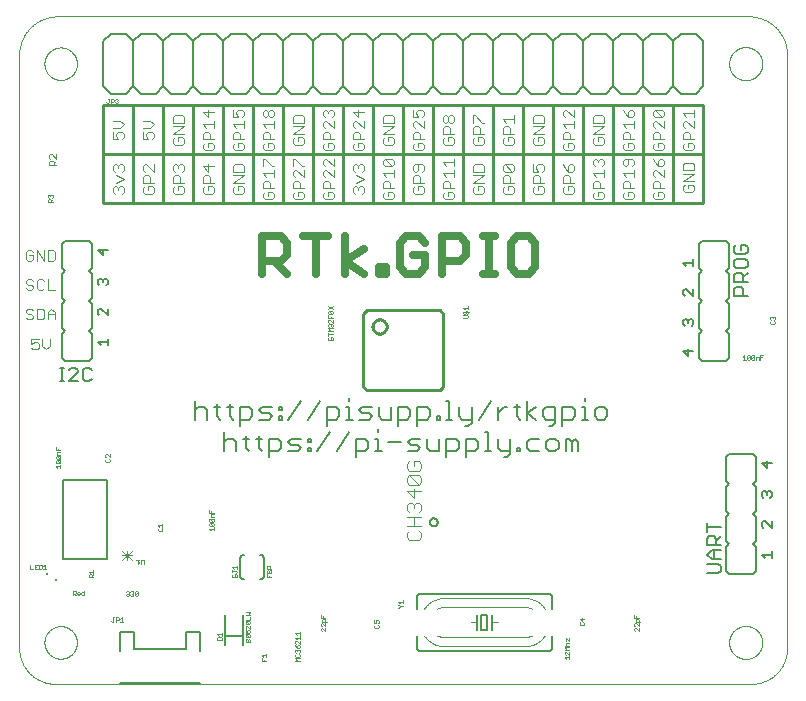
<source format=gto>
G75*
%MOIN*%
%OFA0B0*%
%FSLAX25Y25*%
%IPPOS*%
%LPD*%
%AMOC8*
5,1,8,0,0,1.08239X$1,22.5*
%
%ADD10C,0.00000*%
%ADD11C,0.02600*%
%ADD12C,0.00800*%
%ADD13C,0.01000*%
%ADD14C,0.00400*%
%ADD15C,0.00100*%
%ADD16C,0.00600*%
%ADD17C,0.00300*%
%ADD18C,0.00200*%
%ADD19C,0.00984*%
%ADD20R,0.00787X0.00787*%
%ADD21C,0.00500*%
D10*
X0017548Y0028572D02*
X0249831Y0028572D01*
X0250116Y0028575D01*
X0250402Y0028586D01*
X0250687Y0028603D01*
X0250971Y0028627D01*
X0251255Y0028658D01*
X0251538Y0028696D01*
X0251819Y0028741D01*
X0252100Y0028792D01*
X0252380Y0028850D01*
X0252658Y0028915D01*
X0252934Y0028987D01*
X0253208Y0029065D01*
X0253481Y0029150D01*
X0253751Y0029242D01*
X0254019Y0029340D01*
X0254285Y0029444D01*
X0254548Y0029555D01*
X0254808Y0029672D01*
X0255066Y0029795D01*
X0255320Y0029925D01*
X0255571Y0030061D01*
X0255819Y0030202D01*
X0256063Y0030350D01*
X0256304Y0030503D01*
X0256540Y0030663D01*
X0256773Y0030828D01*
X0257002Y0030998D01*
X0257227Y0031174D01*
X0257447Y0031356D01*
X0257663Y0031542D01*
X0257874Y0031734D01*
X0258081Y0031931D01*
X0258283Y0032133D01*
X0258480Y0032340D01*
X0258672Y0032551D01*
X0258858Y0032767D01*
X0259040Y0032987D01*
X0259216Y0033212D01*
X0259386Y0033441D01*
X0259551Y0033674D01*
X0259711Y0033910D01*
X0259864Y0034151D01*
X0260012Y0034395D01*
X0260153Y0034643D01*
X0260289Y0034894D01*
X0260419Y0035148D01*
X0260542Y0035406D01*
X0260659Y0035666D01*
X0260770Y0035929D01*
X0260874Y0036195D01*
X0260972Y0036463D01*
X0261064Y0036733D01*
X0261149Y0037006D01*
X0261227Y0037280D01*
X0261299Y0037556D01*
X0261364Y0037834D01*
X0261422Y0038114D01*
X0261473Y0038395D01*
X0261518Y0038676D01*
X0261556Y0038959D01*
X0261587Y0039243D01*
X0261611Y0039527D01*
X0261628Y0039812D01*
X0261639Y0040098D01*
X0261642Y0040383D01*
X0261643Y0040383D02*
X0261643Y0237233D01*
X0261642Y0237233D02*
X0261662Y0237542D01*
X0261675Y0237852D01*
X0261680Y0238162D01*
X0261677Y0238472D01*
X0261668Y0238782D01*
X0261650Y0239092D01*
X0261625Y0239401D01*
X0261593Y0239709D01*
X0261553Y0240017D01*
X0261506Y0240323D01*
X0261451Y0240629D01*
X0261389Y0240933D01*
X0261320Y0241235D01*
X0261244Y0241535D01*
X0261160Y0241834D01*
X0261069Y0242130D01*
X0260971Y0242425D01*
X0260865Y0242716D01*
X0260753Y0243005D01*
X0260634Y0243292D01*
X0260508Y0243575D01*
X0260375Y0243855D01*
X0260235Y0244132D01*
X0260089Y0244406D01*
X0259936Y0244675D01*
X0259777Y0244942D01*
X0259611Y0245204D01*
X0259439Y0245462D01*
X0259261Y0245716D01*
X0259077Y0245965D01*
X0258887Y0246210D01*
X0258691Y0246450D01*
X0258489Y0246686D01*
X0258281Y0246916D01*
X0258069Y0247142D01*
X0257850Y0247362D01*
X0257627Y0247577D01*
X0257398Y0247786D01*
X0257164Y0247990D01*
X0256926Y0248188D01*
X0256682Y0248380D01*
X0256434Y0248567D01*
X0256182Y0248747D01*
X0255925Y0248921D01*
X0255665Y0249089D01*
X0255400Y0249251D01*
X0255131Y0249406D01*
X0254859Y0249554D01*
X0254584Y0249696D01*
X0254305Y0249832D01*
X0254022Y0249960D01*
X0253737Y0250082D01*
X0253449Y0250197D01*
X0253158Y0250304D01*
X0252865Y0250405D01*
X0252569Y0250498D01*
X0252271Y0250585D01*
X0251971Y0250664D01*
X0251670Y0250736D01*
X0251366Y0250800D01*
X0251062Y0250857D01*
X0250755Y0250907D01*
X0250448Y0250950D01*
X0250140Y0250985D01*
X0249831Y0251012D01*
X0249831Y0251013D02*
X0017548Y0251013D01*
X0017548Y0251012D02*
X0017239Y0250985D01*
X0016931Y0250950D01*
X0016624Y0250907D01*
X0016317Y0250857D01*
X0016013Y0250800D01*
X0015709Y0250736D01*
X0015408Y0250664D01*
X0015108Y0250585D01*
X0014810Y0250498D01*
X0014514Y0250405D01*
X0014221Y0250304D01*
X0013930Y0250197D01*
X0013642Y0250082D01*
X0013357Y0249960D01*
X0013074Y0249832D01*
X0012795Y0249696D01*
X0012520Y0249554D01*
X0012248Y0249406D01*
X0011979Y0249251D01*
X0011714Y0249089D01*
X0011454Y0248921D01*
X0011197Y0248747D01*
X0010945Y0248567D01*
X0010697Y0248380D01*
X0010453Y0248188D01*
X0010215Y0247990D01*
X0009981Y0247786D01*
X0009752Y0247577D01*
X0009529Y0247362D01*
X0009310Y0247142D01*
X0009098Y0246916D01*
X0008890Y0246686D01*
X0008688Y0246450D01*
X0008492Y0246210D01*
X0008302Y0245965D01*
X0008118Y0245716D01*
X0007940Y0245462D01*
X0007768Y0245204D01*
X0007602Y0244942D01*
X0007443Y0244675D01*
X0007290Y0244406D01*
X0007144Y0244132D01*
X0007004Y0243855D01*
X0006871Y0243575D01*
X0006745Y0243292D01*
X0006626Y0243005D01*
X0006514Y0242716D01*
X0006408Y0242425D01*
X0006310Y0242130D01*
X0006219Y0241834D01*
X0006135Y0241535D01*
X0006059Y0241235D01*
X0005990Y0240933D01*
X0005928Y0240629D01*
X0005873Y0240323D01*
X0005826Y0240017D01*
X0005786Y0239709D01*
X0005754Y0239401D01*
X0005729Y0239092D01*
X0005711Y0238782D01*
X0005702Y0238472D01*
X0005699Y0238162D01*
X0005704Y0237852D01*
X0005717Y0237542D01*
X0005737Y0237233D01*
X0005737Y0040383D01*
X0005740Y0040098D01*
X0005751Y0039812D01*
X0005768Y0039527D01*
X0005792Y0039243D01*
X0005823Y0038959D01*
X0005861Y0038676D01*
X0005906Y0038395D01*
X0005957Y0038114D01*
X0006015Y0037834D01*
X0006080Y0037556D01*
X0006152Y0037280D01*
X0006230Y0037006D01*
X0006315Y0036733D01*
X0006407Y0036463D01*
X0006505Y0036195D01*
X0006609Y0035929D01*
X0006720Y0035666D01*
X0006837Y0035406D01*
X0006960Y0035148D01*
X0007090Y0034894D01*
X0007226Y0034643D01*
X0007367Y0034395D01*
X0007515Y0034151D01*
X0007668Y0033910D01*
X0007828Y0033674D01*
X0007993Y0033441D01*
X0008163Y0033212D01*
X0008339Y0032987D01*
X0008521Y0032767D01*
X0008707Y0032551D01*
X0008899Y0032340D01*
X0009096Y0032133D01*
X0009298Y0031931D01*
X0009505Y0031734D01*
X0009716Y0031542D01*
X0009932Y0031356D01*
X0010152Y0031174D01*
X0010377Y0030998D01*
X0010606Y0030828D01*
X0010839Y0030663D01*
X0011075Y0030503D01*
X0011316Y0030350D01*
X0011560Y0030202D01*
X0011808Y0030061D01*
X0012059Y0029925D01*
X0012313Y0029795D01*
X0012571Y0029672D01*
X0012831Y0029555D01*
X0013094Y0029444D01*
X0013360Y0029340D01*
X0013628Y0029242D01*
X0013898Y0029150D01*
X0014171Y0029065D01*
X0014445Y0028987D01*
X0014721Y0028915D01*
X0014999Y0028850D01*
X0015279Y0028792D01*
X0015560Y0028741D01*
X0015841Y0028696D01*
X0016124Y0028658D01*
X0016408Y0028627D01*
X0016692Y0028603D01*
X0016977Y0028586D01*
X0017263Y0028575D01*
X0017548Y0028572D01*
X0014104Y0042351D02*
X0014106Y0042498D01*
X0014112Y0042644D01*
X0014122Y0042790D01*
X0014136Y0042936D01*
X0014154Y0043082D01*
X0014175Y0043227D01*
X0014201Y0043371D01*
X0014231Y0043515D01*
X0014264Y0043657D01*
X0014301Y0043799D01*
X0014342Y0043940D01*
X0014387Y0044079D01*
X0014436Y0044218D01*
X0014488Y0044355D01*
X0014545Y0044490D01*
X0014604Y0044624D01*
X0014668Y0044756D01*
X0014735Y0044886D01*
X0014805Y0045015D01*
X0014879Y0045142D01*
X0014956Y0045266D01*
X0015037Y0045389D01*
X0015121Y0045509D01*
X0015208Y0045627D01*
X0015298Y0045742D01*
X0015391Y0045855D01*
X0015488Y0045966D01*
X0015587Y0046074D01*
X0015689Y0046179D01*
X0015794Y0046281D01*
X0015902Y0046380D01*
X0016013Y0046477D01*
X0016126Y0046570D01*
X0016241Y0046660D01*
X0016359Y0046747D01*
X0016479Y0046831D01*
X0016602Y0046912D01*
X0016726Y0046989D01*
X0016853Y0047063D01*
X0016982Y0047133D01*
X0017112Y0047200D01*
X0017244Y0047264D01*
X0017378Y0047323D01*
X0017513Y0047380D01*
X0017650Y0047432D01*
X0017789Y0047481D01*
X0017928Y0047526D01*
X0018069Y0047567D01*
X0018211Y0047604D01*
X0018353Y0047637D01*
X0018497Y0047667D01*
X0018641Y0047693D01*
X0018786Y0047714D01*
X0018932Y0047732D01*
X0019078Y0047746D01*
X0019224Y0047756D01*
X0019370Y0047762D01*
X0019517Y0047764D01*
X0019664Y0047762D01*
X0019810Y0047756D01*
X0019956Y0047746D01*
X0020102Y0047732D01*
X0020248Y0047714D01*
X0020393Y0047693D01*
X0020537Y0047667D01*
X0020681Y0047637D01*
X0020823Y0047604D01*
X0020965Y0047567D01*
X0021106Y0047526D01*
X0021245Y0047481D01*
X0021384Y0047432D01*
X0021521Y0047380D01*
X0021656Y0047323D01*
X0021790Y0047264D01*
X0021922Y0047200D01*
X0022052Y0047133D01*
X0022181Y0047063D01*
X0022308Y0046989D01*
X0022432Y0046912D01*
X0022555Y0046831D01*
X0022675Y0046747D01*
X0022793Y0046660D01*
X0022908Y0046570D01*
X0023021Y0046477D01*
X0023132Y0046380D01*
X0023240Y0046281D01*
X0023345Y0046179D01*
X0023447Y0046074D01*
X0023546Y0045966D01*
X0023643Y0045855D01*
X0023736Y0045742D01*
X0023826Y0045627D01*
X0023913Y0045509D01*
X0023997Y0045389D01*
X0024078Y0045266D01*
X0024155Y0045142D01*
X0024229Y0045015D01*
X0024299Y0044886D01*
X0024366Y0044756D01*
X0024430Y0044624D01*
X0024489Y0044490D01*
X0024546Y0044355D01*
X0024598Y0044218D01*
X0024647Y0044079D01*
X0024692Y0043940D01*
X0024733Y0043799D01*
X0024770Y0043657D01*
X0024803Y0043515D01*
X0024833Y0043371D01*
X0024859Y0043227D01*
X0024880Y0043082D01*
X0024898Y0042936D01*
X0024912Y0042790D01*
X0024922Y0042644D01*
X0024928Y0042498D01*
X0024930Y0042351D01*
X0024928Y0042204D01*
X0024922Y0042058D01*
X0024912Y0041912D01*
X0024898Y0041766D01*
X0024880Y0041620D01*
X0024859Y0041475D01*
X0024833Y0041331D01*
X0024803Y0041187D01*
X0024770Y0041045D01*
X0024733Y0040903D01*
X0024692Y0040762D01*
X0024647Y0040623D01*
X0024598Y0040484D01*
X0024546Y0040347D01*
X0024489Y0040212D01*
X0024430Y0040078D01*
X0024366Y0039946D01*
X0024299Y0039816D01*
X0024229Y0039687D01*
X0024155Y0039560D01*
X0024078Y0039436D01*
X0023997Y0039313D01*
X0023913Y0039193D01*
X0023826Y0039075D01*
X0023736Y0038960D01*
X0023643Y0038847D01*
X0023546Y0038736D01*
X0023447Y0038628D01*
X0023345Y0038523D01*
X0023240Y0038421D01*
X0023132Y0038322D01*
X0023021Y0038225D01*
X0022908Y0038132D01*
X0022793Y0038042D01*
X0022675Y0037955D01*
X0022555Y0037871D01*
X0022432Y0037790D01*
X0022308Y0037713D01*
X0022181Y0037639D01*
X0022052Y0037569D01*
X0021922Y0037502D01*
X0021790Y0037438D01*
X0021656Y0037379D01*
X0021521Y0037322D01*
X0021384Y0037270D01*
X0021245Y0037221D01*
X0021106Y0037176D01*
X0020965Y0037135D01*
X0020823Y0037098D01*
X0020681Y0037065D01*
X0020537Y0037035D01*
X0020393Y0037009D01*
X0020248Y0036988D01*
X0020102Y0036970D01*
X0019956Y0036956D01*
X0019810Y0036946D01*
X0019664Y0036940D01*
X0019517Y0036938D01*
X0019370Y0036940D01*
X0019224Y0036946D01*
X0019078Y0036956D01*
X0018932Y0036970D01*
X0018786Y0036988D01*
X0018641Y0037009D01*
X0018497Y0037035D01*
X0018353Y0037065D01*
X0018211Y0037098D01*
X0018069Y0037135D01*
X0017928Y0037176D01*
X0017789Y0037221D01*
X0017650Y0037270D01*
X0017513Y0037322D01*
X0017378Y0037379D01*
X0017244Y0037438D01*
X0017112Y0037502D01*
X0016982Y0037569D01*
X0016853Y0037639D01*
X0016726Y0037713D01*
X0016602Y0037790D01*
X0016479Y0037871D01*
X0016359Y0037955D01*
X0016241Y0038042D01*
X0016126Y0038132D01*
X0016013Y0038225D01*
X0015902Y0038322D01*
X0015794Y0038421D01*
X0015689Y0038523D01*
X0015587Y0038628D01*
X0015488Y0038736D01*
X0015391Y0038847D01*
X0015298Y0038960D01*
X0015208Y0039075D01*
X0015121Y0039193D01*
X0015037Y0039313D01*
X0014956Y0039436D01*
X0014879Y0039560D01*
X0014805Y0039687D01*
X0014735Y0039816D01*
X0014668Y0039946D01*
X0014604Y0040078D01*
X0014545Y0040212D01*
X0014488Y0040347D01*
X0014436Y0040484D01*
X0014387Y0040623D01*
X0014342Y0040762D01*
X0014301Y0040903D01*
X0014264Y0041045D01*
X0014231Y0041187D01*
X0014201Y0041331D01*
X0014175Y0041475D01*
X0014154Y0041620D01*
X0014136Y0041766D01*
X0014122Y0041912D01*
X0014112Y0042058D01*
X0014106Y0042204D01*
X0014104Y0042351D01*
X0014104Y0235265D02*
X0014106Y0235412D01*
X0014112Y0235558D01*
X0014122Y0235704D01*
X0014136Y0235850D01*
X0014154Y0235996D01*
X0014175Y0236141D01*
X0014201Y0236285D01*
X0014231Y0236429D01*
X0014264Y0236571D01*
X0014301Y0236713D01*
X0014342Y0236854D01*
X0014387Y0236993D01*
X0014436Y0237132D01*
X0014488Y0237269D01*
X0014545Y0237404D01*
X0014604Y0237538D01*
X0014668Y0237670D01*
X0014735Y0237800D01*
X0014805Y0237929D01*
X0014879Y0238056D01*
X0014956Y0238180D01*
X0015037Y0238303D01*
X0015121Y0238423D01*
X0015208Y0238541D01*
X0015298Y0238656D01*
X0015391Y0238769D01*
X0015488Y0238880D01*
X0015587Y0238988D01*
X0015689Y0239093D01*
X0015794Y0239195D01*
X0015902Y0239294D01*
X0016013Y0239391D01*
X0016126Y0239484D01*
X0016241Y0239574D01*
X0016359Y0239661D01*
X0016479Y0239745D01*
X0016602Y0239826D01*
X0016726Y0239903D01*
X0016853Y0239977D01*
X0016982Y0240047D01*
X0017112Y0240114D01*
X0017244Y0240178D01*
X0017378Y0240237D01*
X0017513Y0240294D01*
X0017650Y0240346D01*
X0017789Y0240395D01*
X0017928Y0240440D01*
X0018069Y0240481D01*
X0018211Y0240518D01*
X0018353Y0240551D01*
X0018497Y0240581D01*
X0018641Y0240607D01*
X0018786Y0240628D01*
X0018932Y0240646D01*
X0019078Y0240660D01*
X0019224Y0240670D01*
X0019370Y0240676D01*
X0019517Y0240678D01*
X0019664Y0240676D01*
X0019810Y0240670D01*
X0019956Y0240660D01*
X0020102Y0240646D01*
X0020248Y0240628D01*
X0020393Y0240607D01*
X0020537Y0240581D01*
X0020681Y0240551D01*
X0020823Y0240518D01*
X0020965Y0240481D01*
X0021106Y0240440D01*
X0021245Y0240395D01*
X0021384Y0240346D01*
X0021521Y0240294D01*
X0021656Y0240237D01*
X0021790Y0240178D01*
X0021922Y0240114D01*
X0022052Y0240047D01*
X0022181Y0239977D01*
X0022308Y0239903D01*
X0022432Y0239826D01*
X0022555Y0239745D01*
X0022675Y0239661D01*
X0022793Y0239574D01*
X0022908Y0239484D01*
X0023021Y0239391D01*
X0023132Y0239294D01*
X0023240Y0239195D01*
X0023345Y0239093D01*
X0023447Y0238988D01*
X0023546Y0238880D01*
X0023643Y0238769D01*
X0023736Y0238656D01*
X0023826Y0238541D01*
X0023913Y0238423D01*
X0023997Y0238303D01*
X0024078Y0238180D01*
X0024155Y0238056D01*
X0024229Y0237929D01*
X0024299Y0237800D01*
X0024366Y0237670D01*
X0024430Y0237538D01*
X0024489Y0237404D01*
X0024546Y0237269D01*
X0024598Y0237132D01*
X0024647Y0236993D01*
X0024692Y0236854D01*
X0024733Y0236713D01*
X0024770Y0236571D01*
X0024803Y0236429D01*
X0024833Y0236285D01*
X0024859Y0236141D01*
X0024880Y0235996D01*
X0024898Y0235850D01*
X0024912Y0235704D01*
X0024922Y0235558D01*
X0024928Y0235412D01*
X0024930Y0235265D01*
X0024928Y0235118D01*
X0024922Y0234972D01*
X0024912Y0234826D01*
X0024898Y0234680D01*
X0024880Y0234534D01*
X0024859Y0234389D01*
X0024833Y0234245D01*
X0024803Y0234101D01*
X0024770Y0233959D01*
X0024733Y0233817D01*
X0024692Y0233676D01*
X0024647Y0233537D01*
X0024598Y0233398D01*
X0024546Y0233261D01*
X0024489Y0233126D01*
X0024430Y0232992D01*
X0024366Y0232860D01*
X0024299Y0232730D01*
X0024229Y0232601D01*
X0024155Y0232474D01*
X0024078Y0232350D01*
X0023997Y0232227D01*
X0023913Y0232107D01*
X0023826Y0231989D01*
X0023736Y0231874D01*
X0023643Y0231761D01*
X0023546Y0231650D01*
X0023447Y0231542D01*
X0023345Y0231437D01*
X0023240Y0231335D01*
X0023132Y0231236D01*
X0023021Y0231139D01*
X0022908Y0231046D01*
X0022793Y0230956D01*
X0022675Y0230869D01*
X0022555Y0230785D01*
X0022432Y0230704D01*
X0022308Y0230627D01*
X0022181Y0230553D01*
X0022052Y0230483D01*
X0021922Y0230416D01*
X0021790Y0230352D01*
X0021656Y0230293D01*
X0021521Y0230236D01*
X0021384Y0230184D01*
X0021245Y0230135D01*
X0021106Y0230090D01*
X0020965Y0230049D01*
X0020823Y0230012D01*
X0020681Y0229979D01*
X0020537Y0229949D01*
X0020393Y0229923D01*
X0020248Y0229902D01*
X0020102Y0229884D01*
X0019956Y0229870D01*
X0019810Y0229860D01*
X0019664Y0229854D01*
X0019517Y0229852D01*
X0019370Y0229854D01*
X0019224Y0229860D01*
X0019078Y0229870D01*
X0018932Y0229884D01*
X0018786Y0229902D01*
X0018641Y0229923D01*
X0018497Y0229949D01*
X0018353Y0229979D01*
X0018211Y0230012D01*
X0018069Y0230049D01*
X0017928Y0230090D01*
X0017789Y0230135D01*
X0017650Y0230184D01*
X0017513Y0230236D01*
X0017378Y0230293D01*
X0017244Y0230352D01*
X0017112Y0230416D01*
X0016982Y0230483D01*
X0016853Y0230553D01*
X0016726Y0230627D01*
X0016602Y0230704D01*
X0016479Y0230785D01*
X0016359Y0230869D01*
X0016241Y0230956D01*
X0016126Y0231046D01*
X0016013Y0231139D01*
X0015902Y0231236D01*
X0015794Y0231335D01*
X0015689Y0231437D01*
X0015587Y0231542D01*
X0015488Y0231650D01*
X0015391Y0231761D01*
X0015298Y0231874D01*
X0015208Y0231989D01*
X0015121Y0232107D01*
X0015037Y0232227D01*
X0014956Y0232350D01*
X0014879Y0232474D01*
X0014805Y0232601D01*
X0014735Y0232730D01*
X0014668Y0232860D01*
X0014604Y0232992D01*
X0014545Y0233126D01*
X0014488Y0233261D01*
X0014436Y0233398D01*
X0014387Y0233537D01*
X0014342Y0233676D01*
X0014301Y0233817D01*
X0014264Y0233959D01*
X0014231Y0234101D01*
X0014201Y0234245D01*
X0014175Y0234389D01*
X0014154Y0234534D01*
X0014136Y0234680D01*
X0014122Y0234826D01*
X0014112Y0234972D01*
X0014106Y0235118D01*
X0014104Y0235265D01*
X0242351Y0235265D02*
X0242353Y0235413D01*
X0242359Y0235561D01*
X0242369Y0235709D01*
X0242383Y0235856D01*
X0242401Y0236003D01*
X0242422Y0236149D01*
X0242448Y0236295D01*
X0242478Y0236440D01*
X0242511Y0236584D01*
X0242549Y0236727D01*
X0242590Y0236869D01*
X0242635Y0237010D01*
X0242683Y0237150D01*
X0242736Y0237289D01*
X0242792Y0237426D01*
X0242852Y0237561D01*
X0242915Y0237695D01*
X0242982Y0237827D01*
X0243053Y0237957D01*
X0243127Y0238085D01*
X0243204Y0238211D01*
X0243285Y0238335D01*
X0243369Y0238457D01*
X0243456Y0238576D01*
X0243547Y0238693D01*
X0243641Y0238808D01*
X0243737Y0238920D01*
X0243837Y0239030D01*
X0243939Y0239136D01*
X0244045Y0239240D01*
X0244153Y0239341D01*
X0244264Y0239439D01*
X0244377Y0239535D01*
X0244493Y0239627D01*
X0244611Y0239716D01*
X0244732Y0239801D01*
X0244855Y0239884D01*
X0244980Y0239963D01*
X0245107Y0240039D01*
X0245236Y0240111D01*
X0245367Y0240180D01*
X0245500Y0240245D01*
X0245635Y0240306D01*
X0245771Y0240364D01*
X0245908Y0240419D01*
X0246047Y0240469D01*
X0246188Y0240516D01*
X0246329Y0240559D01*
X0246472Y0240599D01*
X0246616Y0240634D01*
X0246760Y0240666D01*
X0246906Y0240693D01*
X0247052Y0240717D01*
X0247199Y0240737D01*
X0247346Y0240753D01*
X0247493Y0240765D01*
X0247641Y0240773D01*
X0247789Y0240777D01*
X0247937Y0240777D01*
X0248085Y0240773D01*
X0248233Y0240765D01*
X0248380Y0240753D01*
X0248527Y0240737D01*
X0248674Y0240717D01*
X0248820Y0240693D01*
X0248966Y0240666D01*
X0249110Y0240634D01*
X0249254Y0240599D01*
X0249397Y0240559D01*
X0249538Y0240516D01*
X0249679Y0240469D01*
X0249818Y0240419D01*
X0249955Y0240364D01*
X0250091Y0240306D01*
X0250226Y0240245D01*
X0250359Y0240180D01*
X0250490Y0240111D01*
X0250619Y0240039D01*
X0250746Y0239963D01*
X0250871Y0239884D01*
X0250994Y0239801D01*
X0251115Y0239716D01*
X0251233Y0239627D01*
X0251349Y0239535D01*
X0251462Y0239439D01*
X0251573Y0239341D01*
X0251681Y0239240D01*
X0251787Y0239136D01*
X0251889Y0239030D01*
X0251989Y0238920D01*
X0252085Y0238808D01*
X0252179Y0238693D01*
X0252270Y0238576D01*
X0252357Y0238457D01*
X0252441Y0238335D01*
X0252522Y0238211D01*
X0252599Y0238085D01*
X0252673Y0237957D01*
X0252744Y0237827D01*
X0252811Y0237695D01*
X0252874Y0237561D01*
X0252934Y0237426D01*
X0252990Y0237289D01*
X0253043Y0237150D01*
X0253091Y0237010D01*
X0253136Y0236869D01*
X0253177Y0236727D01*
X0253215Y0236584D01*
X0253248Y0236440D01*
X0253278Y0236295D01*
X0253304Y0236149D01*
X0253325Y0236003D01*
X0253343Y0235856D01*
X0253357Y0235709D01*
X0253367Y0235561D01*
X0253373Y0235413D01*
X0253375Y0235265D01*
X0253373Y0235117D01*
X0253367Y0234969D01*
X0253357Y0234821D01*
X0253343Y0234674D01*
X0253325Y0234527D01*
X0253304Y0234381D01*
X0253278Y0234235D01*
X0253248Y0234090D01*
X0253215Y0233946D01*
X0253177Y0233803D01*
X0253136Y0233661D01*
X0253091Y0233520D01*
X0253043Y0233380D01*
X0252990Y0233241D01*
X0252934Y0233104D01*
X0252874Y0232969D01*
X0252811Y0232835D01*
X0252744Y0232703D01*
X0252673Y0232573D01*
X0252599Y0232445D01*
X0252522Y0232319D01*
X0252441Y0232195D01*
X0252357Y0232073D01*
X0252270Y0231954D01*
X0252179Y0231837D01*
X0252085Y0231722D01*
X0251989Y0231610D01*
X0251889Y0231500D01*
X0251787Y0231394D01*
X0251681Y0231290D01*
X0251573Y0231189D01*
X0251462Y0231091D01*
X0251349Y0230995D01*
X0251233Y0230903D01*
X0251115Y0230814D01*
X0250994Y0230729D01*
X0250871Y0230646D01*
X0250746Y0230567D01*
X0250619Y0230491D01*
X0250490Y0230419D01*
X0250359Y0230350D01*
X0250226Y0230285D01*
X0250091Y0230224D01*
X0249955Y0230166D01*
X0249818Y0230111D01*
X0249679Y0230061D01*
X0249538Y0230014D01*
X0249397Y0229971D01*
X0249254Y0229931D01*
X0249110Y0229896D01*
X0248966Y0229864D01*
X0248820Y0229837D01*
X0248674Y0229813D01*
X0248527Y0229793D01*
X0248380Y0229777D01*
X0248233Y0229765D01*
X0248085Y0229757D01*
X0247937Y0229753D01*
X0247789Y0229753D01*
X0247641Y0229757D01*
X0247493Y0229765D01*
X0247346Y0229777D01*
X0247199Y0229793D01*
X0247052Y0229813D01*
X0246906Y0229837D01*
X0246760Y0229864D01*
X0246616Y0229896D01*
X0246472Y0229931D01*
X0246329Y0229971D01*
X0246188Y0230014D01*
X0246047Y0230061D01*
X0245908Y0230111D01*
X0245771Y0230166D01*
X0245635Y0230224D01*
X0245500Y0230285D01*
X0245367Y0230350D01*
X0245236Y0230419D01*
X0245107Y0230491D01*
X0244980Y0230567D01*
X0244855Y0230646D01*
X0244732Y0230729D01*
X0244611Y0230814D01*
X0244493Y0230903D01*
X0244377Y0230995D01*
X0244264Y0231091D01*
X0244153Y0231189D01*
X0244045Y0231290D01*
X0243939Y0231394D01*
X0243837Y0231500D01*
X0243737Y0231610D01*
X0243641Y0231722D01*
X0243547Y0231837D01*
X0243456Y0231954D01*
X0243369Y0232073D01*
X0243285Y0232195D01*
X0243204Y0232319D01*
X0243127Y0232445D01*
X0243053Y0232573D01*
X0242982Y0232703D01*
X0242915Y0232835D01*
X0242852Y0232969D01*
X0242792Y0233104D01*
X0242736Y0233241D01*
X0242683Y0233380D01*
X0242635Y0233520D01*
X0242590Y0233661D01*
X0242549Y0233803D01*
X0242511Y0233946D01*
X0242478Y0234090D01*
X0242448Y0234235D01*
X0242422Y0234381D01*
X0242401Y0234527D01*
X0242383Y0234674D01*
X0242369Y0234821D01*
X0242359Y0234969D01*
X0242353Y0235117D01*
X0242351Y0235265D01*
X0242351Y0042351D02*
X0242353Y0042499D01*
X0242359Y0042647D01*
X0242369Y0042795D01*
X0242383Y0042942D01*
X0242401Y0043089D01*
X0242422Y0043235D01*
X0242448Y0043381D01*
X0242478Y0043526D01*
X0242511Y0043670D01*
X0242549Y0043813D01*
X0242590Y0043955D01*
X0242635Y0044096D01*
X0242683Y0044236D01*
X0242736Y0044375D01*
X0242792Y0044512D01*
X0242852Y0044647D01*
X0242915Y0044781D01*
X0242982Y0044913D01*
X0243053Y0045043D01*
X0243127Y0045171D01*
X0243204Y0045297D01*
X0243285Y0045421D01*
X0243369Y0045543D01*
X0243456Y0045662D01*
X0243547Y0045779D01*
X0243641Y0045894D01*
X0243737Y0046006D01*
X0243837Y0046116D01*
X0243939Y0046222D01*
X0244045Y0046326D01*
X0244153Y0046427D01*
X0244264Y0046525D01*
X0244377Y0046621D01*
X0244493Y0046713D01*
X0244611Y0046802D01*
X0244732Y0046887D01*
X0244855Y0046970D01*
X0244980Y0047049D01*
X0245107Y0047125D01*
X0245236Y0047197D01*
X0245367Y0047266D01*
X0245500Y0047331D01*
X0245635Y0047392D01*
X0245771Y0047450D01*
X0245908Y0047505D01*
X0246047Y0047555D01*
X0246188Y0047602D01*
X0246329Y0047645D01*
X0246472Y0047685D01*
X0246616Y0047720D01*
X0246760Y0047752D01*
X0246906Y0047779D01*
X0247052Y0047803D01*
X0247199Y0047823D01*
X0247346Y0047839D01*
X0247493Y0047851D01*
X0247641Y0047859D01*
X0247789Y0047863D01*
X0247937Y0047863D01*
X0248085Y0047859D01*
X0248233Y0047851D01*
X0248380Y0047839D01*
X0248527Y0047823D01*
X0248674Y0047803D01*
X0248820Y0047779D01*
X0248966Y0047752D01*
X0249110Y0047720D01*
X0249254Y0047685D01*
X0249397Y0047645D01*
X0249538Y0047602D01*
X0249679Y0047555D01*
X0249818Y0047505D01*
X0249955Y0047450D01*
X0250091Y0047392D01*
X0250226Y0047331D01*
X0250359Y0047266D01*
X0250490Y0047197D01*
X0250619Y0047125D01*
X0250746Y0047049D01*
X0250871Y0046970D01*
X0250994Y0046887D01*
X0251115Y0046802D01*
X0251233Y0046713D01*
X0251349Y0046621D01*
X0251462Y0046525D01*
X0251573Y0046427D01*
X0251681Y0046326D01*
X0251787Y0046222D01*
X0251889Y0046116D01*
X0251989Y0046006D01*
X0252085Y0045894D01*
X0252179Y0045779D01*
X0252270Y0045662D01*
X0252357Y0045543D01*
X0252441Y0045421D01*
X0252522Y0045297D01*
X0252599Y0045171D01*
X0252673Y0045043D01*
X0252744Y0044913D01*
X0252811Y0044781D01*
X0252874Y0044647D01*
X0252934Y0044512D01*
X0252990Y0044375D01*
X0253043Y0044236D01*
X0253091Y0044096D01*
X0253136Y0043955D01*
X0253177Y0043813D01*
X0253215Y0043670D01*
X0253248Y0043526D01*
X0253278Y0043381D01*
X0253304Y0043235D01*
X0253325Y0043089D01*
X0253343Y0042942D01*
X0253357Y0042795D01*
X0253367Y0042647D01*
X0253373Y0042499D01*
X0253375Y0042351D01*
X0253373Y0042203D01*
X0253367Y0042055D01*
X0253357Y0041907D01*
X0253343Y0041760D01*
X0253325Y0041613D01*
X0253304Y0041467D01*
X0253278Y0041321D01*
X0253248Y0041176D01*
X0253215Y0041032D01*
X0253177Y0040889D01*
X0253136Y0040747D01*
X0253091Y0040606D01*
X0253043Y0040466D01*
X0252990Y0040327D01*
X0252934Y0040190D01*
X0252874Y0040055D01*
X0252811Y0039921D01*
X0252744Y0039789D01*
X0252673Y0039659D01*
X0252599Y0039531D01*
X0252522Y0039405D01*
X0252441Y0039281D01*
X0252357Y0039159D01*
X0252270Y0039040D01*
X0252179Y0038923D01*
X0252085Y0038808D01*
X0251989Y0038696D01*
X0251889Y0038586D01*
X0251787Y0038480D01*
X0251681Y0038376D01*
X0251573Y0038275D01*
X0251462Y0038177D01*
X0251349Y0038081D01*
X0251233Y0037989D01*
X0251115Y0037900D01*
X0250994Y0037815D01*
X0250871Y0037732D01*
X0250746Y0037653D01*
X0250619Y0037577D01*
X0250490Y0037505D01*
X0250359Y0037436D01*
X0250226Y0037371D01*
X0250091Y0037310D01*
X0249955Y0037252D01*
X0249818Y0037197D01*
X0249679Y0037147D01*
X0249538Y0037100D01*
X0249397Y0037057D01*
X0249254Y0037017D01*
X0249110Y0036982D01*
X0248966Y0036950D01*
X0248820Y0036923D01*
X0248674Y0036899D01*
X0248527Y0036879D01*
X0248380Y0036863D01*
X0248233Y0036851D01*
X0248085Y0036843D01*
X0247937Y0036839D01*
X0247789Y0036839D01*
X0247641Y0036843D01*
X0247493Y0036851D01*
X0247346Y0036863D01*
X0247199Y0036879D01*
X0247052Y0036899D01*
X0246906Y0036923D01*
X0246760Y0036950D01*
X0246616Y0036982D01*
X0246472Y0037017D01*
X0246329Y0037057D01*
X0246188Y0037100D01*
X0246047Y0037147D01*
X0245908Y0037197D01*
X0245771Y0037252D01*
X0245635Y0037310D01*
X0245500Y0037371D01*
X0245367Y0037436D01*
X0245236Y0037505D01*
X0245107Y0037577D01*
X0244980Y0037653D01*
X0244855Y0037732D01*
X0244732Y0037815D01*
X0244611Y0037900D01*
X0244493Y0037989D01*
X0244377Y0038081D01*
X0244264Y0038177D01*
X0244153Y0038275D01*
X0244045Y0038376D01*
X0243939Y0038480D01*
X0243837Y0038586D01*
X0243737Y0038696D01*
X0243641Y0038808D01*
X0243547Y0038923D01*
X0243456Y0039040D01*
X0243369Y0039159D01*
X0243285Y0039281D01*
X0243204Y0039405D01*
X0243127Y0039531D01*
X0243053Y0039659D01*
X0242982Y0039789D01*
X0242915Y0039921D01*
X0242852Y0040055D01*
X0242792Y0040190D01*
X0242736Y0040327D01*
X0242683Y0040466D01*
X0242635Y0040606D01*
X0242590Y0040747D01*
X0242549Y0040889D01*
X0242511Y0041032D01*
X0242478Y0041176D01*
X0242448Y0041321D01*
X0242422Y0041467D01*
X0242401Y0041613D01*
X0242383Y0041760D01*
X0242369Y0041907D01*
X0242359Y0042055D01*
X0242353Y0042203D01*
X0242351Y0042351D01*
D11*
X0175725Y0165305D02*
X0171588Y0165305D01*
X0169519Y0167373D01*
X0169519Y0175647D01*
X0171588Y0177715D01*
X0175725Y0177715D01*
X0177793Y0175647D01*
X0177793Y0167373D01*
X0175725Y0165305D01*
X0164448Y0165305D02*
X0160311Y0165305D01*
X0162380Y0165305D02*
X0162380Y0177715D01*
X0164448Y0177715D02*
X0160311Y0177715D01*
X0154773Y0175647D02*
X0154773Y0171510D01*
X0152705Y0169442D01*
X0146500Y0169442D01*
X0146500Y0165305D02*
X0146500Y0177715D01*
X0152705Y0177715D01*
X0154773Y0175647D01*
X0140962Y0175647D02*
X0138893Y0177715D01*
X0134756Y0177715D01*
X0132688Y0175647D01*
X0132688Y0167373D01*
X0134756Y0165305D01*
X0138893Y0165305D01*
X0140962Y0167373D01*
X0140962Y0171510D01*
X0136825Y0171510D01*
X0127850Y0167373D02*
X0127850Y0165305D01*
X0125782Y0165305D01*
X0125782Y0167373D01*
X0127850Y0167373D01*
X0120477Y0165305D02*
X0114272Y0169442D01*
X0120477Y0173578D01*
X0114272Y0177715D02*
X0114272Y0165305D01*
X0104597Y0165305D02*
X0104597Y0177715D01*
X0100460Y0177715D02*
X0108734Y0177715D01*
X0094922Y0175647D02*
X0094922Y0171510D01*
X0092854Y0169442D01*
X0086648Y0169442D01*
X0090785Y0169442D02*
X0094922Y0165305D01*
X0086648Y0165305D02*
X0086648Y0177715D01*
X0092854Y0177715D01*
X0094922Y0175647D01*
D12*
X0115787Y0123877D02*
X0115787Y0122842D01*
X0115787Y0120774D02*
X0115787Y0116637D01*
X0114753Y0116637D02*
X0116822Y0116637D01*
X0119050Y0116637D02*
X0122153Y0116637D01*
X0123187Y0117671D01*
X0122153Y0118705D01*
X0120084Y0118705D01*
X0119050Y0119740D01*
X0120084Y0120774D01*
X0123187Y0120774D01*
X0125496Y0120774D02*
X0125496Y0117671D01*
X0126530Y0116637D01*
X0129633Y0116637D01*
X0129633Y0120774D01*
X0131941Y0120774D02*
X0135044Y0120774D01*
X0136078Y0119740D01*
X0136078Y0117671D01*
X0135044Y0116637D01*
X0131941Y0116637D01*
X0131941Y0114569D02*
X0131941Y0120774D01*
X0138387Y0120774D02*
X0138387Y0114569D01*
X0138387Y0116637D02*
X0141489Y0116637D01*
X0142523Y0117671D01*
X0142523Y0119740D01*
X0141489Y0120774D01*
X0138387Y0120774D01*
X0144832Y0117671D02*
X0145866Y0117671D01*
X0145866Y0116637D01*
X0144832Y0116637D01*
X0144832Y0117671D01*
X0148055Y0116637D02*
X0150123Y0116637D01*
X0149089Y0116637D02*
X0149089Y0122842D01*
X0148055Y0122842D01*
X0152352Y0120774D02*
X0152352Y0117671D01*
X0153386Y0116637D01*
X0156489Y0116637D01*
X0156489Y0115603D02*
X0155455Y0114569D01*
X0154420Y0114569D01*
X0156489Y0115603D02*
X0156489Y0120774D01*
X0158797Y0116637D02*
X0162934Y0122842D01*
X0165243Y0120774D02*
X0165243Y0116637D01*
X0165243Y0118705D02*
X0167311Y0120774D01*
X0168346Y0120774D01*
X0170614Y0120774D02*
X0172683Y0120774D01*
X0171648Y0121808D02*
X0171648Y0117671D01*
X0172683Y0116637D01*
X0174911Y0116637D02*
X0174911Y0122842D01*
X0178014Y0120774D02*
X0174911Y0118705D01*
X0178014Y0116637D01*
X0180282Y0117671D02*
X0180282Y0119740D01*
X0181317Y0120774D01*
X0184419Y0120774D01*
X0184419Y0115603D01*
X0183385Y0114569D01*
X0182351Y0114569D01*
X0181317Y0116637D02*
X0184419Y0116637D01*
X0186728Y0116637D02*
X0189831Y0116637D01*
X0190865Y0117671D01*
X0190865Y0119740D01*
X0189831Y0120774D01*
X0186728Y0120774D01*
X0186728Y0114569D01*
X0187802Y0110274D02*
X0188836Y0110274D01*
X0189871Y0109240D01*
X0190905Y0110274D01*
X0191939Y0109240D01*
X0191939Y0106137D01*
X0189871Y0106137D02*
X0189871Y0109240D01*
X0187802Y0110274D02*
X0187802Y0106137D01*
X0185493Y0107171D02*
X0185493Y0109240D01*
X0184459Y0110274D01*
X0182391Y0110274D01*
X0181357Y0109240D01*
X0181357Y0107171D01*
X0182391Y0106137D01*
X0184459Y0106137D01*
X0185493Y0107171D01*
X0179048Y0106137D02*
X0175945Y0106137D01*
X0174911Y0107171D01*
X0174911Y0109240D01*
X0175945Y0110274D01*
X0179048Y0110274D01*
X0172723Y0107171D02*
X0172723Y0106137D01*
X0171688Y0106137D01*
X0171688Y0107171D01*
X0172723Y0107171D01*
X0169380Y0106137D02*
X0166277Y0106137D01*
X0165243Y0107171D01*
X0165243Y0110274D01*
X0161980Y0112342D02*
X0161980Y0106137D01*
X0160946Y0106137D02*
X0163014Y0106137D01*
X0158637Y0107171D02*
X0158637Y0109240D01*
X0157603Y0110274D01*
X0154500Y0110274D01*
X0154500Y0104069D01*
X0154500Y0106137D02*
X0157603Y0106137D01*
X0158637Y0107171D01*
X0160946Y0112342D02*
X0161980Y0112342D01*
X0169380Y0110274D02*
X0169380Y0105103D01*
X0168346Y0104069D01*
X0167311Y0104069D01*
X0180282Y0117671D02*
X0181317Y0116637D01*
X0193173Y0116637D02*
X0195242Y0116637D01*
X0194208Y0116637D02*
X0194208Y0120774D01*
X0193173Y0120774D01*
X0194208Y0122842D02*
X0194208Y0123877D01*
X0197470Y0119740D02*
X0197470Y0117671D01*
X0198505Y0116637D01*
X0200573Y0116637D01*
X0201607Y0117671D01*
X0201607Y0119740D01*
X0200573Y0120774D01*
X0198505Y0120774D01*
X0197470Y0119740D01*
X0152192Y0109240D02*
X0152192Y0107171D01*
X0151158Y0106137D01*
X0148055Y0106137D01*
X0148055Y0104069D02*
X0148055Y0110274D01*
X0151158Y0110274D01*
X0152192Y0109240D01*
X0145746Y0110274D02*
X0145746Y0106137D01*
X0142644Y0106137D01*
X0141609Y0107171D01*
X0141609Y0110274D01*
X0139301Y0110274D02*
X0136198Y0110274D01*
X0135164Y0109240D01*
X0136198Y0108205D01*
X0138267Y0108205D01*
X0139301Y0107171D01*
X0138267Y0106137D01*
X0135164Y0106137D01*
X0132855Y0109240D02*
X0128718Y0109240D01*
X0125456Y0110274D02*
X0125456Y0106137D01*
X0126490Y0106137D02*
X0124421Y0106137D01*
X0122113Y0107171D02*
X0121079Y0106137D01*
X0117976Y0106137D01*
X0117976Y0104069D02*
X0117976Y0110274D01*
X0121079Y0110274D01*
X0122113Y0109240D01*
X0122113Y0107171D01*
X0124421Y0110274D02*
X0125456Y0110274D01*
X0125456Y0112342D02*
X0125456Y0113377D01*
X0115667Y0112342D02*
X0111530Y0106137D01*
X0105085Y0106137D02*
X0109222Y0112342D01*
X0108308Y0114569D02*
X0108308Y0120774D01*
X0111410Y0120774D01*
X0112445Y0119740D01*
X0112445Y0117671D01*
X0111410Y0116637D01*
X0108308Y0116637D01*
X0101862Y0116637D02*
X0105999Y0122842D01*
X0099554Y0122842D02*
X0095417Y0116637D01*
X0093228Y0116637D02*
X0092194Y0116637D01*
X0092194Y0117671D01*
X0093228Y0117671D01*
X0093228Y0116637D01*
X0093228Y0119740D02*
X0092194Y0119740D01*
X0092194Y0120774D01*
X0093228Y0120774D01*
X0093228Y0119740D01*
X0089885Y0120774D02*
X0086783Y0120774D01*
X0085748Y0119740D01*
X0086783Y0118705D01*
X0088851Y0118705D01*
X0089885Y0117671D01*
X0088851Y0116637D01*
X0085748Y0116637D01*
X0083440Y0117671D02*
X0082406Y0116637D01*
X0079303Y0116637D01*
X0079303Y0114569D02*
X0079303Y0120774D01*
X0082406Y0120774D01*
X0083440Y0119740D01*
X0083440Y0117671D01*
X0081411Y0111308D02*
X0081411Y0107171D01*
X0082446Y0106137D01*
X0085708Y0107171D02*
X0086743Y0106137D01*
X0085708Y0107171D02*
X0085708Y0111308D01*
X0084674Y0110274D02*
X0086743Y0110274D01*
X0088971Y0110274D02*
X0092074Y0110274D01*
X0093108Y0109240D01*
X0093108Y0107171D01*
X0092074Y0106137D01*
X0088971Y0106137D01*
X0088971Y0104069D02*
X0088971Y0110274D01*
X0095417Y0109240D02*
X0096451Y0110274D01*
X0099554Y0110274D01*
X0101862Y0110274D02*
X0101862Y0109240D01*
X0102896Y0109240D01*
X0102896Y0110274D01*
X0101862Y0110274D01*
X0101862Y0107171D02*
X0101862Y0106137D01*
X0102896Y0106137D01*
X0102896Y0107171D01*
X0101862Y0107171D01*
X0099554Y0107171D02*
X0098519Y0108205D01*
X0096451Y0108205D01*
X0095417Y0109240D01*
X0095417Y0106137D02*
X0098519Y0106137D01*
X0099554Y0107171D01*
X0082446Y0110274D02*
X0080377Y0110274D01*
X0078069Y0109240D02*
X0078069Y0106137D01*
X0078069Y0109240D02*
X0077034Y0110274D01*
X0074966Y0110274D01*
X0073932Y0109240D01*
X0073932Y0112342D02*
X0073932Y0106137D01*
X0072777Y0116637D02*
X0071743Y0117671D01*
X0071743Y0121808D01*
X0070709Y0120774D02*
X0072777Y0120774D01*
X0075006Y0120774D02*
X0077074Y0120774D01*
X0076040Y0121808D02*
X0076040Y0117671D01*
X0077074Y0116637D01*
X0068400Y0116637D02*
X0068400Y0119740D01*
X0067366Y0120774D01*
X0065298Y0120774D01*
X0064263Y0119740D01*
X0064263Y0122842D02*
X0064263Y0116637D01*
X0079359Y0070698D02*
X0079359Y0064398D01*
X0079358Y0064398D02*
X0079373Y0064337D01*
X0079391Y0064276D01*
X0079413Y0064217D01*
X0079438Y0064159D01*
X0079468Y0064104D01*
X0079500Y0064050D01*
X0079536Y0063998D01*
X0079575Y0063948D01*
X0079617Y0063901D01*
X0079662Y0063857D01*
X0079710Y0063816D01*
X0079760Y0063778D01*
X0079813Y0063743D01*
X0079867Y0063711D01*
X0079924Y0063683D01*
X0079982Y0063658D01*
X0080041Y0063637D01*
X0080102Y0063620D01*
X0080164Y0063607D01*
X0080226Y0063598D01*
X0080289Y0063592D01*
X0080352Y0063591D01*
X0080415Y0063594D01*
X0080478Y0063600D01*
X0080540Y0063610D01*
X0086052Y0063610D02*
X0086112Y0063600D01*
X0086172Y0063594D01*
X0086233Y0063591D01*
X0086293Y0063592D01*
X0086354Y0063596D01*
X0086414Y0063605D01*
X0086473Y0063616D01*
X0086532Y0063632D01*
X0086590Y0063651D01*
X0086646Y0063673D01*
X0086701Y0063699D01*
X0086754Y0063728D01*
X0086806Y0063760D01*
X0086855Y0063795D01*
X0086903Y0063833D01*
X0086947Y0063874D01*
X0086990Y0063917D01*
X0087029Y0063963D01*
X0087066Y0064011D01*
X0087100Y0064062D01*
X0087130Y0064114D01*
X0087158Y0064168D01*
X0087182Y0064224D01*
X0087203Y0064281D01*
X0087220Y0064339D01*
X0087234Y0064398D01*
X0087233Y0064398D02*
X0087233Y0070698D01*
X0087234Y0070698D02*
X0087220Y0070757D01*
X0087203Y0070815D01*
X0087182Y0070872D01*
X0087158Y0070928D01*
X0087130Y0070982D01*
X0087100Y0071034D01*
X0087066Y0071085D01*
X0087029Y0071133D01*
X0086990Y0071179D01*
X0086947Y0071222D01*
X0086903Y0071263D01*
X0086855Y0071301D01*
X0086806Y0071336D01*
X0086754Y0071368D01*
X0086701Y0071397D01*
X0086646Y0071423D01*
X0086590Y0071445D01*
X0086532Y0071464D01*
X0086473Y0071480D01*
X0086414Y0071491D01*
X0086354Y0071500D01*
X0086293Y0071504D01*
X0086233Y0071505D01*
X0086172Y0071502D01*
X0086112Y0071496D01*
X0086052Y0071486D01*
X0080540Y0071486D02*
X0080478Y0071496D01*
X0080415Y0071502D01*
X0080352Y0071505D01*
X0080289Y0071504D01*
X0080226Y0071498D01*
X0080164Y0071489D01*
X0080102Y0071476D01*
X0080041Y0071459D01*
X0079982Y0071438D01*
X0079924Y0071413D01*
X0079867Y0071385D01*
X0079813Y0071353D01*
X0079760Y0071318D01*
X0079710Y0071280D01*
X0079662Y0071239D01*
X0079617Y0071195D01*
X0079575Y0071148D01*
X0079536Y0071098D01*
X0079500Y0071046D01*
X0079468Y0070992D01*
X0079438Y0070937D01*
X0079413Y0070879D01*
X0079391Y0070820D01*
X0079373Y0070759D01*
X0079358Y0070698D01*
X0080261Y0051611D02*
X0080261Y0044524D01*
X0074158Y0044524D01*
X0074158Y0051611D01*
X0074158Y0044524D02*
X0074158Y0041375D01*
X0080261Y0041375D02*
X0080261Y0044524D01*
X0066009Y0045729D02*
X0066009Y0039430D01*
X0061284Y0040217D02*
X0061284Y0045729D01*
X0066009Y0045729D01*
X0061284Y0040217D02*
X0043961Y0040217D01*
X0043961Y0045729D01*
X0039237Y0045729D01*
X0039237Y0039430D01*
X0039237Y0028800D02*
X0066009Y0028800D01*
X0142601Y0082461D02*
X0142603Y0082532D01*
X0142609Y0082603D01*
X0142619Y0082674D01*
X0142633Y0082744D01*
X0142650Y0082813D01*
X0142672Y0082881D01*
X0142697Y0082947D01*
X0142726Y0083013D01*
X0142758Y0083076D01*
X0142794Y0083138D01*
X0142833Y0083197D01*
X0142876Y0083254D01*
X0142922Y0083309D01*
X0142970Y0083361D01*
X0143022Y0083411D01*
X0143076Y0083457D01*
X0143132Y0083500D01*
X0143191Y0083540D01*
X0143252Y0083577D01*
X0143315Y0083610D01*
X0143380Y0083640D01*
X0143446Y0083666D01*
X0143514Y0083689D01*
X0143583Y0083707D01*
X0143653Y0083722D01*
X0143723Y0083733D01*
X0143794Y0083740D01*
X0143865Y0083743D01*
X0143936Y0083742D01*
X0144008Y0083737D01*
X0144078Y0083728D01*
X0144148Y0083715D01*
X0144218Y0083699D01*
X0144286Y0083678D01*
X0144353Y0083654D01*
X0144419Y0083626D01*
X0144482Y0083594D01*
X0144544Y0083559D01*
X0144604Y0083521D01*
X0144662Y0083479D01*
X0144718Y0083434D01*
X0144770Y0083386D01*
X0144820Y0083335D01*
X0144868Y0083282D01*
X0144912Y0083226D01*
X0144953Y0083168D01*
X0144990Y0083107D01*
X0145024Y0083045D01*
X0145055Y0082980D01*
X0145082Y0082914D01*
X0145106Y0082847D01*
X0145125Y0082778D01*
X0145141Y0082709D01*
X0145153Y0082639D01*
X0145161Y0082568D01*
X0145165Y0082497D01*
X0145165Y0082425D01*
X0145161Y0082354D01*
X0145153Y0082283D01*
X0145141Y0082213D01*
X0145125Y0082144D01*
X0145106Y0082075D01*
X0145082Y0082008D01*
X0145055Y0081942D01*
X0145024Y0081877D01*
X0144990Y0081815D01*
X0144953Y0081754D01*
X0144912Y0081696D01*
X0144868Y0081640D01*
X0144820Y0081587D01*
X0144770Y0081536D01*
X0144718Y0081488D01*
X0144662Y0081443D01*
X0144604Y0081401D01*
X0144544Y0081363D01*
X0144482Y0081328D01*
X0144419Y0081296D01*
X0144353Y0081268D01*
X0144286Y0081244D01*
X0144218Y0081223D01*
X0144148Y0081207D01*
X0144078Y0081194D01*
X0144008Y0081185D01*
X0143936Y0081180D01*
X0143865Y0081179D01*
X0143794Y0081182D01*
X0143723Y0081189D01*
X0143653Y0081200D01*
X0143583Y0081215D01*
X0143514Y0081233D01*
X0143446Y0081256D01*
X0143380Y0081282D01*
X0143315Y0081312D01*
X0143252Y0081345D01*
X0143191Y0081382D01*
X0143132Y0081422D01*
X0143076Y0081465D01*
X0143022Y0081511D01*
X0142970Y0081561D01*
X0142922Y0081613D01*
X0142876Y0081668D01*
X0142833Y0081725D01*
X0142794Y0081784D01*
X0142758Y0081846D01*
X0142726Y0081909D01*
X0142697Y0081975D01*
X0142672Y0082041D01*
X0142650Y0082109D01*
X0142633Y0082178D01*
X0142619Y0082248D01*
X0142609Y0082319D01*
X0142603Y0082390D01*
X0142601Y0082461D01*
X0115787Y0120774D02*
X0114753Y0120774D01*
D13*
X0121485Y0126505D02*
X0120402Y0127587D01*
X0120402Y0151997D01*
X0121485Y0153080D01*
X0145894Y0153080D01*
X0146977Y0151997D01*
X0146977Y0127587D01*
X0145894Y0126505D01*
X0121485Y0126505D01*
X0123454Y0147666D02*
X0123456Y0147763D01*
X0123462Y0147860D01*
X0123472Y0147956D01*
X0123486Y0148052D01*
X0123504Y0148148D01*
X0123525Y0148242D01*
X0123551Y0148336D01*
X0123580Y0148428D01*
X0123614Y0148519D01*
X0123650Y0148609D01*
X0123691Y0148697D01*
X0123735Y0148783D01*
X0123783Y0148868D01*
X0123834Y0148950D01*
X0123888Y0149031D01*
X0123946Y0149109D01*
X0124007Y0149184D01*
X0124070Y0149257D01*
X0124137Y0149328D01*
X0124207Y0149395D01*
X0124279Y0149460D01*
X0124354Y0149521D01*
X0124432Y0149580D01*
X0124511Y0149635D01*
X0124593Y0149687D01*
X0124677Y0149735D01*
X0124763Y0149780D01*
X0124851Y0149822D01*
X0124940Y0149860D01*
X0125031Y0149894D01*
X0125123Y0149924D01*
X0125216Y0149951D01*
X0125311Y0149973D01*
X0125406Y0149992D01*
X0125502Y0150007D01*
X0125598Y0150018D01*
X0125695Y0150025D01*
X0125792Y0150028D01*
X0125889Y0150027D01*
X0125986Y0150022D01*
X0126082Y0150013D01*
X0126178Y0150000D01*
X0126274Y0149983D01*
X0126369Y0149962D01*
X0126462Y0149938D01*
X0126555Y0149909D01*
X0126647Y0149877D01*
X0126737Y0149841D01*
X0126825Y0149802D01*
X0126912Y0149758D01*
X0126997Y0149712D01*
X0127080Y0149661D01*
X0127161Y0149608D01*
X0127239Y0149551D01*
X0127316Y0149491D01*
X0127389Y0149428D01*
X0127460Y0149362D01*
X0127528Y0149293D01*
X0127594Y0149221D01*
X0127656Y0149147D01*
X0127715Y0149070D01*
X0127771Y0148991D01*
X0127824Y0148909D01*
X0127874Y0148826D01*
X0127919Y0148740D01*
X0127962Y0148653D01*
X0128001Y0148564D01*
X0128036Y0148474D01*
X0128067Y0148382D01*
X0128094Y0148289D01*
X0128118Y0148195D01*
X0128138Y0148100D01*
X0128154Y0148004D01*
X0128166Y0147908D01*
X0128174Y0147811D01*
X0128178Y0147714D01*
X0128178Y0147618D01*
X0128174Y0147521D01*
X0128166Y0147424D01*
X0128154Y0147328D01*
X0128138Y0147232D01*
X0128118Y0147137D01*
X0128094Y0147043D01*
X0128067Y0146950D01*
X0128036Y0146858D01*
X0128001Y0146768D01*
X0127962Y0146679D01*
X0127919Y0146592D01*
X0127874Y0146506D01*
X0127824Y0146423D01*
X0127771Y0146341D01*
X0127715Y0146262D01*
X0127656Y0146185D01*
X0127594Y0146111D01*
X0127528Y0146039D01*
X0127460Y0145970D01*
X0127389Y0145904D01*
X0127316Y0145841D01*
X0127239Y0145781D01*
X0127161Y0145724D01*
X0127080Y0145671D01*
X0126997Y0145620D01*
X0126912Y0145574D01*
X0126825Y0145530D01*
X0126737Y0145491D01*
X0126647Y0145455D01*
X0126555Y0145423D01*
X0126462Y0145394D01*
X0126369Y0145370D01*
X0126274Y0145349D01*
X0126178Y0145332D01*
X0126082Y0145319D01*
X0125986Y0145310D01*
X0125889Y0145305D01*
X0125792Y0145304D01*
X0125695Y0145307D01*
X0125598Y0145314D01*
X0125502Y0145325D01*
X0125406Y0145340D01*
X0125311Y0145359D01*
X0125216Y0145381D01*
X0125123Y0145408D01*
X0125031Y0145438D01*
X0124940Y0145472D01*
X0124851Y0145510D01*
X0124763Y0145552D01*
X0124677Y0145597D01*
X0124593Y0145645D01*
X0124511Y0145697D01*
X0124432Y0145752D01*
X0124354Y0145811D01*
X0124279Y0145872D01*
X0124207Y0145937D01*
X0124137Y0146004D01*
X0124070Y0146075D01*
X0124007Y0146148D01*
X0123946Y0146223D01*
X0123888Y0146301D01*
X0123834Y0146382D01*
X0123783Y0146464D01*
X0123735Y0146549D01*
X0123691Y0146635D01*
X0123650Y0146723D01*
X0123614Y0146813D01*
X0123580Y0146904D01*
X0123551Y0146996D01*
X0123525Y0147090D01*
X0123504Y0147184D01*
X0123486Y0147280D01*
X0123472Y0147376D01*
X0123462Y0147472D01*
X0123456Y0147569D01*
X0123454Y0147666D01*
X0123690Y0188808D02*
X0113690Y0188808D01*
X0113690Y0221485D01*
X0123690Y0221485D01*
X0123690Y0188808D01*
X0133690Y0188808D01*
X0133690Y0221485D01*
X0143690Y0221485D01*
X0143690Y0188808D01*
X0133690Y0188808D01*
X0143690Y0188808D02*
X0153690Y0188808D01*
X0153690Y0221485D01*
X0163690Y0221485D01*
X0163690Y0188808D01*
X0153690Y0188808D01*
X0163690Y0188808D02*
X0173690Y0188808D01*
X0173690Y0221485D01*
X0183690Y0221485D01*
X0183690Y0188808D01*
X0173690Y0188808D01*
X0183690Y0188808D02*
X0193690Y0188808D01*
X0193690Y0221485D01*
X0203690Y0221485D01*
X0203690Y0188808D01*
X0193690Y0188808D01*
X0203690Y0188808D02*
X0213690Y0188808D01*
X0213690Y0221485D01*
X0223690Y0221485D01*
X0223690Y0188808D01*
X0213690Y0188808D01*
X0223690Y0188808D02*
X0233690Y0188808D01*
X0233690Y0205146D01*
X0033690Y0205146D01*
X0033690Y0221485D01*
X0043690Y0221485D01*
X0043690Y0188808D01*
X0033690Y0188808D01*
X0033690Y0205146D01*
X0043690Y0188808D02*
X0053690Y0188808D01*
X0053690Y0221485D01*
X0063690Y0221485D01*
X0063690Y0188808D01*
X0053690Y0188808D01*
X0063690Y0188808D02*
X0073690Y0188808D01*
X0073690Y0221485D01*
X0083690Y0221485D01*
X0083690Y0188808D01*
X0073690Y0188808D01*
X0083690Y0188808D02*
X0093690Y0188808D01*
X0093690Y0221485D01*
X0103690Y0221485D01*
X0103690Y0188808D01*
X0093690Y0188808D01*
X0103690Y0188808D02*
X0113690Y0188808D01*
X0113690Y0221485D02*
X0103690Y0221485D01*
X0093690Y0221485D02*
X0083690Y0221485D01*
X0073690Y0221485D02*
X0063690Y0221485D01*
X0053690Y0221485D02*
X0043690Y0221485D01*
X0123690Y0221485D02*
X0133690Y0221485D01*
X0143690Y0221485D02*
X0153690Y0221485D01*
X0163690Y0221485D02*
X0173690Y0221485D01*
X0183690Y0221485D02*
X0193690Y0221485D01*
X0203690Y0221485D02*
X0213690Y0221485D01*
X0223690Y0221485D02*
X0233690Y0221485D01*
X0233690Y0205146D01*
D14*
X0230490Y0207045D02*
X0230490Y0208246D01*
X0229889Y0208847D01*
X0228688Y0208847D01*
X0228688Y0207646D01*
X0227487Y0208847D02*
X0226887Y0208246D01*
X0226887Y0207045D01*
X0227487Y0206445D01*
X0229889Y0206445D01*
X0230490Y0207045D01*
X0230490Y0210128D02*
X0226887Y0210128D01*
X0226887Y0211929D01*
X0227487Y0212530D01*
X0228688Y0212530D01*
X0229289Y0211929D01*
X0229289Y0210128D01*
X0230490Y0213811D02*
X0228088Y0216213D01*
X0227487Y0216213D01*
X0226887Y0215613D01*
X0226887Y0214412D01*
X0227487Y0213811D01*
X0230490Y0213811D02*
X0230490Y0216213D01*
X0230490Y0217494D02*
X0230490Y0219896D01*
X0230490Y0218695D02*
X0226887Y0218695D01*
X0228088Y0217494D01*
X0220490Y0218095D02*
X0219889Y0217494D01*
X0217487Y0219896D01*
X0219889Y0219896D01*
X0220490Y0219296D01*
X0220490Y0218095D01*
X0219889Y0217494D02*
X0217487Y0217494D01*
X0216887Y0218095D01*
X0216887Y0219296D01*
X0217487Y0219896D01*
X0217487Y0216213D02*
X0216887Y0215613D01*
X0216887Y0214412D01*
X0217487Y0213811D01*
X0217487Y0212530D02*
X0218688Y0212530D01*
X0219289Y0211929D01*
X0219289Y0210128D01*
X0220490Y0210128D02*
X0216887Y0210128D01*
X0216887Y0211929D01*
X0217487Y0212530D01*
X0220490Y0213811D02*
X0218088Y0216213D01*
X0217487Y0216213D01*
X0220490Y0216213D02*
X0220490Y0213811D01*
X0219889Y0208847D02*
X0218688Y0208847D01*
X0218688Y0207646D01*
X0217487Y0208847D02*
X0216887Y0208246D01*
X0216887Y0207045D01*
X0217487Y0206445D01*
X0219889Y0206445D01*
X0220490Y0207045D01*
X0220490Y0208246D01*
X0219889Y0208847D01*
X0219889Y0203558D02*
X0219289Y0203558D01*
X0218688Y0202957D01*
X0218688Y0201156D01*
X0219889Y0201156D01*
X0220490Y0201756D01*
X0220490Y0202957D01*
X0219889Y0203558D01*
X0217487Y0202357D02*
X0218688Y0201156D01*
X0218088Y0199874D02*
X0217487Y0199874D01*
X0216887Y0199274D01*
X0216887Y0198073D01*
X0217487Y0197472D01*
X0217487Y0196191D02*
X0218688Y0196191D01*
X0219289Y0195591D01*
X0219289Y0193789D01*
X0220490Y0193789D02*
X0216887Y0193789D01*
X0216887Y0195591D01*
X0217487Y0196191D01*
X0220490Y0197472D02*
X0218088Y0199874D01*
X0220490Y0199874D02*
X0220490Y0197472D01*
X0217487Y0202357D02*
X0216887Y0203558D01*
X0210490Y0202957D02*
X0210490Y0201756D01*
X0209889Y0201156D01*
X0208688Y0201756D02*
X0208688Y0203558D01*
X0209889Y0203558D02*
X0207487Y0203558D01*
X0206887Y0202957D01*
X0206887Y0201756D01*
X0207487Y0201156D01*
X0208088Y0201156D01*
X0208688Y0201756D01*
X0210490Y0202957D02*
X0209889Y0203558D01*
X0209889Y0206445D02*
X0207487Y0206445D01*
X0206887Y0207045D01*
X0206887Y0208246D01*
X0207487Y0208847D01*
X0208688Y0208847D02*
X0208688Y0207646D01*
X0208688Y0208847D02*
X0209889Y0208847D01*
X0210490Y0208246D01*
X0210490Y0207045D01*
X0209889Y0206445D01*
X0209289Y0210128D02*
X0209289Y0211929D01*
X0208688Y0212530D01*
X0207487Y0212530D01*
X0206887Y0211929D01*
X0206887Y0210128D01*
X0210490Y0210128D01*
X0210490Y0213811D02*
X0210490Y0216213D01*
X0210490Y0215012D02*
X0206887Y0215012D01*
X0208088Y0213811D01*
X0208688Y0217494D02*
X0208688Y0219296D01*
X0209289Y0219896D01*
X0209889Y0219896D01*
X0210490Y0219296D01*
X0210490Y0218095D01*
X0209889Y0217494D01*
X0208688Y0217494D01*
X0207487Y0218695D01*
X0206887Y0219896D01*
X0200490Y0217454D02*
X0200490Y0215653D01*
X0196887Y0215653D01*
X0196887Y0217454D01*
X0197487Y0218055D01*
X0199889Y0218055D01*
X0200490Y0217454D01*
X0200490Y0214371D02*
X0196887Y0214371D01*
X0196887Y0211969D02*
X0200490Y0214371D01*
X0200490Y0211969D02*
X0196887Y0211969D01*
X0197487Y0210688D02*
X0196887Y0210088D01*
X0196887Y0208887D01*
X0197487Y0208286D01*
X0199889Y0208286D01*
X0200490Y0208887D01*
X0200490Y0210088D01*
X0199889Y0210688D01*
X0198688Y0210688D01*
X0198688Y0209487D01*
X0198088Y0203558D02*
X0198688Y0202957D01*
X0199289Y0203558D01*
X0199889Y0203558D01*
X0200490Y0202957D01*
X0200490Y0201756D01*
X0199889Y0201156D01*
X0200490Y0199874D02*
X0200490Y0197472D01*
X0200490Y0198673D02*
X0196887Y0198673D01*
X0198088Y0197472D01*
X0198688Y0196191D02*
X0199289Y0195591D01*
X0199289Y0193789D01*
X0200490Y0193789D02*
X0196887Y0193789D01*
X0196887Y0195591D01*
X0197487Y0196191D01*
X0198688Y0196191D01*
X0198688Y0192508D02*
X0198688Y0191307D01*
X0198688Y0192508D02*
X0199889Y0192508D01*
X0200490Y0191908D01*
X0200490Y0190707D01*
X0199889Y0190106D01*
X0197487Y0190106D01*
X0196887Y0190707D01*
X0196887Y0191908D01*
X0197487Y0192508D01*
X0190490Y0192548D02*
X0189889Y0191948D01*
X0187487Y0191948D01*
X0186887Y0192548D01*
X0186887Y0193749D01*
X0187487Y0194350D01*
X0188688Y0194350D02*
X0188688Y0193149D01*
X0188688Y0194350D02*
X0189889Y0194350D01*
X0190490Y0193749D01*
X0190490Y0192548D01*
X0190490Y0195631D02*
X0186887Y0195631D01*
X0186887Y0197432D01*
X0187487Y0198033D01*
X0188688Y0198033D01*
X0189289Y0197432D01*
X0189289Y0195631D01*
X0189889Y0199314D02*
X0190490Y0199915D01*
X0190490Y0201116D01*
X0189889Y0201716D01*
X0189289Y0201716D01*
X0188688Y0201116D01*
X0188688Y0199314D01*
X0189889Y0199314D01*
X0188688Y0199314D02*
X0187487Y0200515D01*
X0186887Y0201716D01*
X0187487Y0206445D02*
X0189889Y0206445D01*
X0190490Y0207045D01*
X0190490Y0208246D01*
X0189889Y0208847D01*
X0188688Y0208847D01*
X0188688Y0207646D01*
X0187487Y0208847D02*
X0186887Y0208246D01*
X0186887Y0207045D01*
X0187487Y0206445D01*
X0186887Y0210128D02*
X0186887Y0211929D01*
X0187487Y0212530D01*
X0188688Y0212530D01*
X0189289Y0211929D01*
X0189289Y0210128D01*
X0190490Y0210128D02*
X0186887Y0210128D01*
X0188088Y0213811D02*
X0186887Y0215012D01*
X0190490Y0215012D01*
X0190490Y0213811D02*
X0190490Y0216213D01*
X0190490Y0217494D02*
X0188088Y0219896D01*
X0187487Y0219896D01*
X0186887Y0219296D01*
X0186887Y0218095D01*
X0187487Y0217494D01*
X0190490Y0217494D02*
X0190490Y0219896D01*
X0180490Y0217454D02*
X0180490Y0215653D01*
X0176887Y0215653D01*
X0176887Y0217454D01*
X0177487Y0218055D01*
X0179889Y0218055D01*
X0180490Y0217454D01*
X0180490Y0214371D02*
X0176887Y0214371D01*
X0176887Y0211969D02*
X0180490Y0214371D01*
X0180490Y0211969D02*
X0176887Y0211969D01*
X0177487Y0210688D02*
X0176887Y0210088D01*
X0176887Y0208887D01*
X0177487Y0208286D01*
X0179889Y0208286D01*
X0180490Y0208887D01*
X0180490Y0210088D01*
X0179889Y0210688D01*
X0178688Y0210688D01*
X0178688Y0209487D01*
X0178688Y0201716D02*
X0179889Y0201716D01*
X0180490Y0201116D01*
X0180490Y0199915D01*
X0179889Y0199314D01*
X0178688Y0199314D02*
X0178088Y0200515D01*
X0178088Y0201116D01*
X0178688Y0201716D01*
X0176887Y0201716D02*
X0176887Y0199314D01*
X0178688Y0199314D01*
X0178688Y0198033D02*
X0179289Y0197432D01*
X0179289Y0195631D01*
X0180490Y0195631D02*
X0176887Y0195631D01*
X0176887Y0197432D01*
X0177487Y0198033D01*
X0178688Y0198033D01*
X0178688Y0194350D02*
X0178688Y0193149D01*
X0178688Y0194350D02*
X0179889Y0194350D01*
X0180490Y0193749D01*
X0180490Y0192548D01*
X0179889Y0191948D01*
X0177487Y0191948D01*
X0176887Y0192548D01*
X0176887Y0193749D01*
X0177487Y0194350D01*
X0170490Y0193749D02*
X0169889Y0194350D01*
X0168688Y0194350D01*
X0168688Y0193149D01*
X0167487Y0194350D02*
X0166887Y0193749D01*
X0166887Y0192548D01*
X0167487Y0191948D01*
X0169889Y0191948D01*
X0170490Y0192548D01*
X0170490Y0193749D01*
X0170490Y0195631D02*
X0166887Y0195631D01*
X0166887Y0197432D01*
X0167487Y0198033D01*
X0168688Y0198033D01*
X0169289Y0197432D01*
X0169289Y0195631D01*
X0169889Y0199314D02*
X0167487Y0199314D01*
X0166887Y0199915D01*
X0166887Y0201116D01*
X0167487Y0201716D01*
X0169889Y0199314D01*
X0170490Y0199915D01*
X0170490Y0201116D01*
X0169889Y0201716D01*
X0167487Y0201716D01*
X0167487Y0208286D02*
X0169889Y0208286D01*
X0170490Y0208887D01*
X0170490Y0210088D01*
X0169889Y0210688D01*
X0168688Y0210688D01*
X0168688Y0209487D01*
X0167487Y0208286D02*
X0166887Y0208887D01*
X0166887Y0210088D01*
X0167487Y0210688D01*
X0166887Y0211969D02*
X0166887Y0213771D01*
X0167487Y0214371D01*
X0168688Y0214371D01*
X0169289Y0213771D01*
X0169289Y0211969D01*
X0170490Y0211969D02*
X0166887Y0211969D01*
X0168088Y0215653D02*
X0166887Y0216854D01*
X0170490Y0216854D01*
X0170490Y0215653D02*
X0170490Y0218055D01*
X0160490Y0215653D02*
X0159889Y0215653D01*
X0157487Y0218055D01*
X0156887Y0218055D01*
X0156887Y0215653D01*
X0157487Y0214371D02*
X0158688Y0214371D01*
X0159289Y0213771D01*
X0159289Y0211969D01*
X0160490Y0211969D02*
X0156887Y0211969D01*
X0156887Y0213771D01*
X0157487Y0214371D01*
X0157487Y0210688D02*
X0156887Y0210088D01*
X0156887Y0208887D01*
X0157487Y0208286D01*
X0159889Y0208286D01*
X0160490Y0208887D01*
X0160490Y0210088D01*
X0159889Y0210688D01*
X0158688Y0210688D01*
X0158688Y0209487D01*
X0157487Y0201716D02*
X0156887Y0201116D01*
X0156887Y0199314D01*
X0160490Y0199314D01*
X0160490Y0201116D01*
X0159889Y0201716D01*
X0157487Y0201716D01*
X0156887Y0198033D02*
X0160490Y0198033D01*
X0156887Y0195631D01*
X0160490Y0195631D01*
X0159889Y0194350D02*
X0158688Y0194350D01*
X0158688Y0193149D01*
X0157487Y0194350D02*
X0156887Y0193749D01*
X0156887Y0192548D01*
X0157487Y0191948D01*
X0159889Y0191948D01*
X0160490Y0192548D01*
X0160490Y0193749D01*
X0159889Y0194350D01*
X0150490Y0193789D02*
X0146887Y0193789D01*
X0146887Y0195591D01*
X0147487Y0196191D01*
X0148688Y0196191D01*
X0149289Y0195591D01*
X0149289Y0193789D01*
X0149889Y0192508D02*
X0148688Y0192508D01*
X0148688Y0191307D01*
X0147487Y0190106D02*
X0149889Y0190106D01*
X0150490Y0190707D01*
X0150490Y0191908D01*
X0149889Y0192508D01*
X0147487Y0192508D02*
X0146887Y0191908D01*
X0146887Y0190707D01*
X0147487Y0190106D01*
X0148088Y0197472D02*
X0146887Y0198673D01*
X0150490Y0198673D01*
X0150490Y0197472D02*
X0150490Y0199874D01*
X0150490Y0201156D02*
X0150490Y0203558D01*
X0150490Y0202357D02*
X0146887Y0202357D01*
X0148088Y0201156D01*
X0147487Y0208286D02*
X0149889Y0208286D01*
X0150490Y0208887D01*
X0150490Y0210088D01*
X0149889Y0210688D01*
X0148688Y0210688D01*
X0148688Y0209487D01*
X0147487Y0208286D02*
X0146887Y0208887D01*
X0146887Y0210088D01*
X0147487Y0210688D01*
X0146887Y0211969D02*
X0146887Y0213771D01*
X0147487Y0214371D01*
X0148688Y0214371D01*
X0149289Y0213771D01*
X0149289Y0211969D01*
X0150490Y0211969D02*
X0146887Y0211969D01*
X0147487Y0215653D02*
X0148088Y0215653D01*
X0148688Y0216253D01*
X0148688Y0217454D01*
X0149289Y0218055D01*
X0149889Y0218055D01*
X0150490Y0217454D01*
X0150490Y0216253D01*
X0149889Y0215653D01*
X0149289Y0215653D01*
X0148688Y0216253D01*
X0148688Y0217454D02*
X0148088Y0218055D01*
X0147487Y0218055D01*
X0146887Y0217454D01*
X0146887Y0216253D01*
X0147487Y0215653D01*
X0140490Y0216213D02*
X0140490Y0213811D01*
X0138088Y0216213D01*
X0137487Y0216213D01*
X0136887Y0215613D01*
X0136887Y0214412D01*
X0137487Y0213811D01*
X0137487Y0212530D02*
X0138688Y0212530D01*
X0139289Y0211929D01*
X0139289Y0210128D01*
X0140490Y0210128D02*
X0136887Y0210128D01*
X0136887Y0211929D01*
X0137487Y0212530D01*
X0137487Y0208847D02*
X0136887Y0208246D01*
X0136887Y0207045D01*
X0137487Y0206445D01*
X0139889Y0206445D01*
X0140490Y0207045D01*
X0140490Y0208246D01*
X0139889Y0208847D01*
X0138688Y0208847D01*
X0138688Y0207646D01*
X0138688Y0201716D02*
X0138688Y0199915D01*
X0138088Y0199314D01*
X0137487Y0199314D01*
X0136887Y0199915D01*
X0136887Y0201116D01*
X0137487Y0201716D01*
X0139889Y0201716D01*
X0140490Y0201116D01*
X0140490Y0199915D01*
X0139889Y0199314D01*
X0138688Y0198033D02*
X0139289Y0197432D01*
X0139289Y0195631D01*
X0140490Y0195631D02*
X0136887Y0195631D01*
X0136887Y0197432D01*
X0137487Y0198033D01*
X0138688Y0198033D01*
X0138688Y0194350D02*
X0138688Y0193149D01*
X0138688Y0194350D02*
X0139889Y0194350D01*
X0140490Y0193749D01*
X0140490Y0192548D01*
X0139889Y0191948D01*
X0137487Y0191948D01*
X0136887Y0192548D01*
X0136887Y0193749D01*
X0137487Y0194350D01*
X0130490Y0193789D02*
X0126887Y0193789D01*
X0126887Y0195591D01*
X0127487Y0196191D01*
X0128688Y0196191D01*
X0129289Y0195591D01*
X0129289Y0193789D01*
X0129889Y0192508D02*
X0128688Y0192508D01*
X0128688Y0191307D01*
X0127487Y0190106D02*
X0129889Y0190106D01*
X0130490Y0190707D01*
X0130490Y0191908D01*
X0129889Y0192508D01*
X0127487Y0192508D02*
X0126887Y0191908D01*
X0126887Y0190707D01*
X0127487Y0190106D01*
X0128088Y0197472D02*
X0126887Y0198673D01*
X0130490Y0198673D01*
X0130490Y0197472D02*
X0130490Y0199874D01*
X0129889Y0201156D02*
X0127487Y0203558D01*
X0129889Y0203558D01*
X0130490Y0202957D01*
X0130490Y0201756D01*
X0129889Y0201156D01*
X0127487Y0201156D01*
X0126887Y0201756D01*
X0126887Y0202957D01*
X0127487Y0203558D01*
X0127487Y0208286D02*
X0126887Y0208887D01*
X0126887Y0210088D01*
X0127487Y0210688D01*
X0128688Y0210688D02*
X0128688Y0209487D01*
X0128688Y0210688D02*
X0129889Y0210688D01*
X0130490Y0210088D01*
X0130490Y0208887D01*
X0129889Y0208286D01*
X0127487Y0208286D01*
X0126887Y0211969D02*
X0130490Y0214371D01*
X0126887Y0214371D01*
X0126887Y0215653D02*
X0126887Y0217454D01*
X0127487Y0218055D01*
X0129889Y0218055D01*
X0130490Y0217454D01*
X0130490Y0215653D01*
X0126887Y0215653D01*
X0126887Y0211969D02*
X0130490Y0211969D01*
X0136887Y0217494D02*
X0138688Y0217494D01*
X0138088Y0218695D01*
X0138088Y0219296D01*
X0138688Y0219896D01*
X0139889Y0219896D01*
X0140490Y0219296D01*
X0140490Y0218095D01*
X0139889Y0217494D01*
X0136887Y0217494D02*
X0136887Y0219896D01*
X0120490Y0219296D02*
X0116887Y0219296D01*
X0118688Y0217494D01*
X0118688Y0219896D01*
X0118088Y0216213D02*
X0117487Y0216213D01*
X0116887Y0215613D01*
X0116887Y0214412D01*
X0117487Y0213811D01*
X0117487Y0212530D02*
X0118688Y0212530D01*
X0119289Y0211929D01*
X0119289Y0210128D01*
X0120490Y0210128D02*
X0116887Y0210128D01*
X0116887Y0211929D01*
X0117487Y0212530D01*
X0120490Y0213811D02*
X0118088Y0216213D01*
X0120490Y0216213D02*
X0120490Y0213811D01*
X0119889Y0208847D02*
X0118688Y0208847D01*
X0118688Y0207646D01*
X0117487Y0208847D02*
X0116887Y0208246D01*
X0116887Y0207045D01*
X0117487Y0206445D01*
X0119889Y0206445D01*
X0120490Y0207045D01*
X0120490Y0208246D01*
X0119889Y0208847D01*
X0119889Y0201716D02*
X0120490Y0201116D01*
X0120490Y0199915D01*
X0119889Y0199314D01*
X0118688Y0200515D02*
X0118688Y0201116D01*
X0119289Y0201716D01*
X0119889Y0201716D01*
X0118688Y0201116D02*
X0118088Y0201716D01*
X0117487Y0201716D01*
X0116887Y0201116D01*
X0116887Y0199915D01*
X0117487Y0199314D01*
X0118088Y0198033D02*
X0120490Y0196832D01*
X0118088Y0195631D01*
X0118088Y0194350D02*
X0118688Y0193749D01*
X0119289Y0194350D01*
X0119889Y0194350D01*
X0120490Y0193749D01*
X0120490Y0192548D01*
X0119889Y0191948D01*
X0118688Y0193149D02*
X0118688Y0193749D01*
X0118088Y0194350D02*
X0117487Y0194350D01*
X0116887Y0193749D01*
X0116887Y0192548D01*
X0117487Y0191948D01*
X0110490Y0191908D02*
X0109889Y0192508D01*
X0108688Y0192508D01*
X0108688Y0191307D01*
X0107487Y0190106D02*
X0109889Y0190106D01*
X0110490Y0190707D01*
X0110490Y0191908D01*
X0110490Y0193789D02*
X0106887Y0193789D01*
X0106887Y0195591D01*
X0107487Y0196191D01*
X0108688Y0196191D01*
X0109289Y0195591D01*
X0109289Y0193789D01*
X0107487Y0192508D02*
X0106887Y0191908D01*
X0106887Y0190707D01*
X0107487Y0190106D01*
X0100490Y0190707D02*
X0100490Y0191908D01*
X0099889Y0192508D01*
X0098688Y0192508D01*
X0098688Y0191307D01*
X0097487Y0190106D02*
X0099889Y0190106D01*
X0100490Y0190707D01*
X0097487Y0190106D02*
X0096887Y0190707D01*
X0096887Y0191908D01*
X0097487Y0192508D01*
X0096887Y0193789D02*
X0096887Y0195591D01*
X0097487Y0196191D01*
X0098688Y0196191D01*
X0099289Y0195591D01*
X0099289Y0193789D01*
X0100490Y0193789D02*
X0096887Y0193789D01*
X0097487Y0197472D02*
X0096887Y0198073D01*
X0096887Y0199274D01*
X0097487Y0199874D01*
X0098088Y0199874D01*
X0100490Y0197472D01*
X0100490Y0199874D01*
X0100490Y0201156D02*
X0099889Y0201156D01*
X0097487Y0203558D01*
X0096887Y0203558D01*
X0096887Y0201156D01*
X0090490Y0201156D02*
X0089889Y0201156D01*
X0087487Y0203558D01*
X0086887Y0203558D01*
X0086887Y0201156D01*
X0086887Y0198673D02*
X0090490Y0198673D01*
X0090490Y0197472D02*
X0090490Y0199874D01*
X0088088Y0197472D02*
X0086887Y0198673D01*
X0087487Y0196191D02*
X0088688Y0196191D01*
X0089289Y0195591D01*
X0089289Y0193789D01*
X0090490Y0193789D02*
X0086887Y0193789D01*
X0086887Y0195591D01*
X0087487Y0196191D01*
X0087487Y0192508D02*
X0086887Y0191908D01*
X0086887Y0190707D01*
X0087487Y0190106D01*
X0089889Y0190106D01*
X0090490Y0190707D01*
X0090490Y0191908D01*
X0089889Y0192508D01*
X0088688Y0192508D01*
X0088688Y0191307D01*
X0080490Y0192548D02*
X0080490Y0193749D01*
X0079889Y0194350D01*
X0078688Y0194350D01*
X0078688Y0193149D01*
X0077487Y0194350D02*
X0076887Y0193749D01*
X0076887Y0192548D01*
X0077487Y0191948D01*
X0079889Y0191948D01*
X0080490Y0192548D01*
X0080490Y0195631D02*
X0076887Y0195631D01*
X0080490Y0198033D01*
X0076887Y0198033D01*
X0076887Y0199314D02*
X0076887Y0201116D01*
X0077487Y0201716D01*
X0079889Y0201716D01*
X0080490Y0201116D01*
X0080490Y0199314D01*
X0076887Y0199314D01*
X0070490Y0201116D02*
X0066887Y0201116D01*
X0068688Y0199314D01*
X0068688Y0201716D01*
X0068688Y0198033D02*
X0069289Y0197432D01*
X0069289Y0195631D01*
X0070490Y0195631D02*
X0066887Y0195631D01*
X0066887Y0197432D01*
X0067487Y0198033D01*
X0068688Y0198033D01*
X0068688Y0194350D02*
X0068688Y0193149D01*
X0068688Y0194350D02*
X0069889Y0194350D01*
X0070490Y0193749D01*
X0070490Y0192548D01*
X0069889Y0191948D01*
X0067487Y0191948D01*
X0066887Y0192548D01*
X0066887Y0193749D01*
X0067487Y0194350D01*
X0060490Y0193749D02*
X0059889Y0194350D01*
X0058688Y0194350D01*
X0058688Y0193149D01*
X0057487Y0194350D02*
X0056887Y0193749D01*
X0056887Y0192548D01*
X0057487Y0191948D01*
X0059889Y0191948D01*
X0060490Y0192548D01*
X0060490Y0193749D01*
X0060490Y0195631D02*
X0056887Y0195631D01*
X0056887Y0197432D01*
X0057487Y0198033D01*
X0058688Y0198033D01*
X0059289Y0197432D01*
X0059289Y0195631D01*
X0059889Y0199314D02*
X0060490Y0199915D01*
X0060490Y0201116D01*
X0059889Y0201716D01*
X0059289Y0201716D01*
X0058688Y0201116D01*
X0058688Y0200515D01*
X0058688Y0201116D02*
X0058088Y0201716D01*
X0057487Y0201716D01*
X0056887Y0201116D01*
X0056887Y0199915D01*
X0057487Y0199314D01*
X0050490Y0199314D02*
X0048088Y0201716D01*
X0047487Y0201716D01*
X0046887Y0201116D01*
X0046887Y0199915D01*
X0047487Y0199314D01*
X0047487Y0198033D02*
X0048688Y0198033D01*
X0049289Y0197432D01*
X0049289Y0195631D01*
X0050490Y0195631D02*
X0046887Y0195631D01*
X0046887Y0197432D01*
X0047487Y0198033D01*
X0050490Y0199314D02*
X0050490Y0201716D01*
X0049889Y0194350D02*
X0048688Y0194350D01*
X0048688Y0193149D01*
X0047487Y0194350D02*
X0046887Y0193749D01*
X0046887Y0192548D01*
X0047487Y0191948D01*
X0049889Y0191948D01*
X0050490Y0192548D01*
X0050490Y0193749D01*
X0049889Y0194350D01*
X0040490Y0193749D02*
X0040490Y0192548D01*
X0039889Y0191948D01*
X0038688Y0193149D02*
X0038688Y0193749D01*
X0039289Y0194350D01*
X0039889Y0194350D01*
X0040490Y0193749D01*
X0038688Y0193749D02*
X0038088Y0194350D01*
X0037487Y0194350D01*
X0036887Y0193749D01*
X0036887Y0192548D01*
X0037487Y0191948D01*
X0038088Y0195631D02*
X0040490Y0196832D01*
X0038088Y0198033D01*
X0037487Y0199314D02*
X0036887Y0199915D01*
X0036887Y0201116D01*
X0037487Y0201716D01*
X0038088Y0201716D01*
X0038688Y0201116D01*
X0039289Y0201716D01*
X0039889Y0201716D01*
X0040490Y0201116D01*
X0040490Y0199915D01*
X0039889Y0199314D01*
X0038688Y0200515D02*
X0038688Y0201116D01*
X0038688Y0210128D02*
X0038088Y0211329D01*
X0038088Y0211929D01*
X0038688Y0212530D01*
X0039889Y0212530D01*
X0040490Y0211929D01*
X0040490Y0210728D01*
X0039889Y0210128D01*
X0038688Y0210128D02*
X0036887Y0210128D01*
X0036887Y0212530D01*
X0036887Y0213811D02*
X0039289Y0213811D01*
X0040490Y0215012D01*
X0039289Y0216213D01*
X0036887Y0216213D01*
X0046887Y0216213D02*
X0049289Y0216213D01*
X0050490Y0215012D01*
X0049289Y0213811D01*
X0046887Y0213811D01*
X0046887Y0212530D02*
X0046887Y0210128D01*
X0048688Y0210128D01*
X0048088Y0211329D01*
X0048088Y0211929D01*
X0048688Y0212530D01*
X0049889Y0212530D01*
X0050490Y0211929D01*
X0050490Y0210728D01*
X0049889Y0210128D01*
X0056887Y0210088D02*
X0056887Y0208887D01*
X0057487Y0208286D01*
X0059889Y0208286D01*
X0060490Y0208887D01*
X0060490Y0210088D01*
X0059889Y0210688D01*
X0058688Y0210688D01*
X0058688Y0209487D01*
X0057487Y0210688D02*
X0056887Y0210088D01*
X0056887Y0211969D02*
X0060490Y0214371D01*
X0056887Y0214371D01*
X0056887Y0215653D02*
X0056887Y0217454D01*
X0057487Y0218055D01*
X0059889Y0218055D01*
X0060490Y0217454D01*
X0060490Y0215653D01*
X0056887Y0215653D01*
X0056887Y0211969D02*
X0060490Y0211969D01*
X0066887Y0211929D02*
X0066887Y0210128D01*
X0070490Y0210128D01*
X0069289Y0210128D02*
X0069289Y0211929D01*
X0068688Y0212530D01*
X0067487Y0212530D01*
X0066887Y0211929D01*
X0068088Y0213811D02*
X0066887Y0215012D01*
X0070490Y0215012D01*
X0070490Y0213811D02*
X0070490Y0216213D01*
X0068688Y0217494D02*
X0068688Y0219896D01*
X0066887Y0219296D02*
X0068688Y0217494D01*
X0066887Y0219296D02*
X0070490Y0219296D01*
X0076887Y0219896D02*
X0076887Y0217494D01*
X0078688Y0217494D01*
X0078088Y0218695D01*
X0078088Y0219296D01*
X0078688Y0219896D01*
X0079889Y0219896D01*
X0080490Y0219296D01*
X0080490Y0218095D01*
X0079889Y0217494D01*
X0080490Y0216213D02*
X0080490Y0213811D01*
X0080490Y0215012D02*
X0076887Y0215012D01*
X0078088Y0213811D01*
X0077487Y0212530D02*
X0078688Y0212530D01*
X0079289Y0211929D01*
X0079289Y0210128D01*
X0080490Y0210128D02*
X0076887Y0210128D01*
X0076887Y0211929D01*
X0077487Y0212530D01*
X0077487Y0208847D02*
X0076887Y0208246D01*
X0076887Y0207045D01*
X0077487Y0206445D01*
X0079889Y0206445D01*
X0080490Y0207045D01*
X0080490Y0208246D01*
X0079889Y0208847D01*
X0078688Y0208847D01*
X0078688Y0207646D01*
X0070490Y0208246D02*
X0070490Y0207045D01*
X0069889Y0206445D01*
X0067487Y0206445D01*
X0066887Y0207045D01*
X0066887Y0208246D01*
X0067487Y0208847D01*
X0068688Y0208847D02*
X0068688Y0207646D01*
X0068688Y0208847D02*
X0069889Y0208847D01*
X0070490Y0208246D01*
X0086887Y0208246D02*
X0086887Y0207045D01*
X0087487Y0206445D01*
X0089889Y0206445D01*
X0090490Y0207045D01*
X0090490Y0208246D01*
X0089889Y0208847D01*
X0088688Y0208847D01*
X0088688Y0207646D01*
X0087487Y0208847D02*
X0086887Y0208246D01*
X0086887Y0210128D02*
X0086887Y0211929D01*
X0087487Y0212530D01*
X0088688Y0212530D01*
X0089289Y0211929D01*
X0089289Y0210128D01*
X0090490Y0210128D02*
X0086887Y0210128D01*
X0088088Y0213811D02*
X0086887Y0215012D01*
X0090490Y0215012D01*
X0090490Y0213811D02*
X0090490Y0216213D01*
X0089889Y0217494D02*
X0089289Y0217494D01*
X0088688Y0218095D01*
X0088688Y0219296D01*
X0089289Y0219896D01*
X0089889Y0219896D01*
X0090490Y0219296D01*
X0090490Y0218095D01*
X0089889Y0217494D01*
X0088688Y0218095D02*
X0088088Y0217494D01*
X0087487Y0217494D01*
X0086887Y0218095D01*
X0086887Y0219296D01*
X0087487Y0219896D01*
X0088088Y0219896D01*
X0088688Y0219296D01*
X0096887Y0217454D02*
X0096887Y0215653D01*
X0100490Y0215653D01*
X0100490Y0217454D01*
X0099889Y0218055D01*
X0097487Y0218055D01*
X0096887Y0217454D01*
X0096887Y0214371D02*
X0100490Y0214371D01*
X0096887Y0211969D01*
X0100490Y0211969D01*
X0099889Y0210688D02*
X0098688Y0210688D01*
X0098688Y0209487D01*
X0097487Y0208286D02*
X0099889Y0208286D01*
X0100490Y0208887D01*
X0100490Y0210088D01*
X0099889Y0210688D01*
X0097487Y0210688D02*
X0096887Y0210088D01*
X0096887Y0208887D01*
X0097487Y0208286D01*
X0106887Y0208246D02*
X0106887Y0207045D01*
X0107487Y0206445D01*
X0109889Y0206445D01*
X0110490Y0207045D01*
X0110490Y0208246D01*
X0109889Y0208847D01*
X0108688Y0208847D01*
X0108688Y0207646D01*
X0107487Y0208847D02*
X0106887Y0208246D01*
X0106887Y0210128D02*
X0106887Y0211929D01*
X0107487Y0212530D01*
X0108688Y0212530D01*
X0109289Y0211929D01*
X0109289Y0210128D01*
X0110490Y0210128D02*
X0106887Y0210128D01*
X0107487Y0213811D02*
X0106887Y0214412D01*
X0106887Y0215613D01*
X0107487Y0216213D01*
X0108088Y0216213D01*
X0110490Y0213811D01*
X0110490Y0216213D01*
X0109889Y0217494D02*
X0110490Y0218095D01*
X0110490Y0219296D01*
X0109889Y0219896D01*
X0109289Y0219896D01*
X0108688Y0219296D01*
X0108688Y0218695D01*
X0108688Y0219296D02*
X0108088Y0219896D01*
X0107487Y0219896D01*
X0106887Y0219296D01*
X0106887Y0218095D01*
X0107487Y0217494D01*
X0107487Y0203558D02*
X0106887Y0202957D01*
X0106887Y0201756D01*
X0107487Y0201156D01*
X0107487Y0199874D02*
X0106887Y0199274D01*
X0106887Y0198073D01*
X0107487Y0197472D01*
X0107487Y0199874D02*
X0108088Y0199874D01*
X0110490Y0197472D01*
X0110490Y0199874D01*
X0110490Y0201156D02*
X0108088Y0203558D01*
X0107487Y0203558D01*
X0110490Y0203558D02*
X0110490Y0201156D01*
X0196887Y0201756D02*
X0196887Y0202957D01*
X0197487Y0203558D01*
X0198088Y0203558D01*
X0198688Y0202957D02*
X0198688Y0202357D01*
X0197487Y0201156D02*
X0196887Y0201756D01*
X0206887Y0198673D02*
X0210490Y0198673D01*
X0210490Y0197472D02*
X0210490Y0199874D01*
X0208088Y0197472D02*
X0206887Y0198673D01*
X0207487Y0196191D02*
X0208688Y0196191D01*
X0209289Y0195591D01*
X0209289Y0193789D01*
X0210490Y0193789D02*
X0206887Y0193789D01*
X0206887Y0195591D01*
X0207487Y0196191D01*
X0207487Y0192508D02*
X0206887Y0191908D01*
X0206887Y0190707D01*
X0207487Y0190106D01*
X0209889Y0190106D01*
X0210490Y0190707D01*
X0210490Y0191908D01*
X0209889Y0192508D01*
X0208688Y0192508D01*
X0208688Y0191307D01*
X0216887Y0190707D02*
X0217487Y0190106D01*
X0219889Y0190106D01*
X0220490Y0190707D01*
X0220490Y0191908D01*
X0219889Y0192508D01*
X0218688Y0192508D01*
X0218688Y0191307D01*
X0217487Y0192508D02*
X0216887Y0191908D01*
X0216887Y0190707D01*
X0226887Y0193139D02*
X0227487Y0192538D01*
X0229889Y0192538D01*
X0230490Y0193139D01*
X0230490Y0194340D01*
X0229889Y0194940D01*
X0228688Y0194940D01*
X0228688Y0193739D01*
X0227487Y0194940D02*
X0226887Y0194340D01*
X0226887Y0193139D01*
X0226887Y0196221D02*
X0230490Y0198623D01*
X0226887Y0198623D01*
X0226887Y0199905D02*
X0226887Y0201706D01*
X0227487Y0202307D01*
X0229889Y0202307D01*
X0230490Y0201706D01*
X0230490Y0199905D01*
X0226887Y0199905D01*
X0226887Y0196221D02*
X0230490Y0196221D01*
X0138860Y0102668D02*
X0137326Y0102668D01*
X0137326Y0101133D01*
X0135791Y0099598D02*
X0138860Y0099598D01*
X0139628Y0100366D01*
X0139628Y0101900D01*
X0138860Y0102668D01*
X0135791Y0102668D02*
X0135024Y0101900D01*
X0135024Y0100366D01*
X0135791Y0099598D01*
X0135791Y0098064D02*
X0138860Y0094994D01*
X0139628Y0095762D01*
X0139628Y0097296D01*
X0138860Y0098064D01*
X0135791Y0098064D01*
X0135024Y0097296D01*
X0135024Y0095762D01*
X0135791Y0094994D01*
X0138860Y0094994D01*
X0137326Y0093460D02*
X0137326Y0090391D01*
X0135024Y0092692D01*
X0139628Y0092692D01*
X0138860Y0088856D02*
X0138093Y0088856D01*
X0137326Y0088089D01*
X0137326Y0087321D01*
X0137326Y0088089D02*
X0136558Y0088856D01*
X0135791Y0088856D01*
X0135024Y0088089D01*
X0135024Y0086554D01*
X0135791Y0085787D01*
X0135024Y0084252D02*
X0139628Y0084252D01*
X0138860Y0085787D02*
X0139628Y0086554D01*
X0139628Y0088089D01*
X0138860Y0088856D01*
X0137326Y0084252D02*
X0137326Y0081183D01*
X0138860Y0079648D02*
X0139628Y0078881D01*
X0139628Y0077346D01*
X0138860Y0076579D01*
X0135791Y0076579D01*
X0135024Y0077346D01*
X0135024Y0078881D01*
X0135791Y0079648D01*
X0135024Y0081183D02*
X0139628Y0081183D01*
X0017661Y0150039D02*
X0017661Y0152441D01*
X0016460Y0153642D01*
X0015259Y0152441D01*
X0015259Y0150039D01*
X0013978Y0150640D02*
X0013978Y0153042D01*
X0013377Y0153642D01*
X0011576Y0153642D01*
X0011576Y0150039D01*
X0013377Y0150039D01*
X0013978Y0150640D01*
X0015259Y0151841D02*
X0017661Y0151841D01*
X0010295Y0151240D02*
X0010295Y0150640D01*
X0009694Y0150039D01*
X0008493Y0150039D01*
X0007893Y0150640D01*
X0008493Y0151841D02*
X0007893Y0152441D01*
X0007893Y0153042D01*
X0008493Y0153642D01*
X0009694Y0153642D01*
X0010295Y0153042D01*
X0009694Y0151841D02*
X0010295Y0151240D01*
X0009694Y0151841D02*
X0008493Y0151841D01*
X0008493Y0159803D02*
X0007893Y0160404D01*
X0008493Y0159803D02*
X0009694Y0159803D01*
X0010295Y0160404D01*
X0010295Y0161004D01*
X0009694Y0161605D01*
X0008493Y0161605D01*
X0007893Y0162205D01*
X0007893Y0162806D01*
X0008493Y0163406D01*
X0009694Y0163406D01*
X0010295Y0162806D01*
X0011576Y0162806D02*
X0011576Y0160404D01*
X0012176Y0159803D01*
X0013377Y0159803D01*
X0013978Y0160404D01*
X0015259Y0159803D02*
X0017661Y0159803D01*
X0015259Y0159803D02*
X0015259Y0163406D01*
X0013978Y0162806D02*
X0013377Y0163406D01*
X0012176Y0163406D01*
X0011576Y0162806D01*
X0011576Y0169567D02*
X0011576Y0173170D01*
X0013978Y0169567D01*
X0013978Y0173170D01*
X0015259Y0173170D02*
X0017060Y0173170D01*
X0017661Y0172569D01*
X0017661Y0170167D01*
X0017060Y0169567D01*
X0015259Y0169567D01*
X0015259Y0173170D01*
X0010295Y0172569D02*
X0009694Y0173170D01*
X0008493Y0173170D01*
X0007893Y0172569D01*
X0007893Y0170167D01*
X0008493Y0169567D01*
X0009694Y0169567D01*
X0010295Y0170167D01*
X0010295Y0171368D01*
X0009094Y0171368D01*
X0009734Y0143642D02*
X0009734Y0141841D01*
X0010935Y0142441D01*
X0011536Y0142441D01*
X0012136Y0141841D01*
X0012136Y0140640D01*
X0011536Y0140039D01*
X0010335Y0140039D01*
X0009734Y0140640D01*
X0009734Y0143642D02*
X0012136Y0143642D01*
X0013417Y0143642D02*
X0013417Y0141240D01*
X0014618Y0140039D01*
X0015819Y0141240D01*
X0015819Y0143642D01*
D15*
X0017912Y0107452D02*
X0017912Y0106452D01*
X0019413Y0106452D01*
X0019413Y0105979D02*
X0018662Y0105979D01*
X0018412Y0105729D01*
X0018412Y0104978D01*
X0019413Y0104978D01*
X0019163Y0104506D02*
X0019413Y0104256D01*
X0019413Y0103755D01*
X0019163Y0103505D01*
X0018162Y0104506D01*
X0019163Y0104506D01*
X0019163Y0103505D02*
X0018162Y0103505D01*
X0017912Y0103755D01*
X0017912Y0104256D01*
X0018162Y0104506D01*
X0018162Y0103033D02*
X0019163Y0102032D01*
X0019413Y0102282D01*
X0019413Y0102782D01*
X0019163Y0103033D01*
X0018162Y0103033D01*
X0017912Y0102782D01*
X0017912Y0102282D01*
X0018162Y0102032D01*
X0019163Y0102032D01*
X0019413Y0101559D02*
X0019413Y0100559D01*
X0019413Y0101059D02*
X0017912Y0101059D01*
X0018412Y0100559D01*
X0018662Y0106452D02*
X0018662Y0106952D01*
X0034392Y0104753D02*
X0034392Y0104253D01*
X0034642Y0104003D01*
X0034642Y0103530D02*
X0034392Y0103280D01*
X0034392Y0102780D01*
X0034642Y0102529D01*
X0035643Y0102529D01*
X0035893Y0102780D01*
X0035893Y0103280D01*
X0035643Y0103530D01*
X0035893Y0104003D02*
X0034892Y0105004D01*
X0034642Y0105004D01*
X0034392Y0104753D01*
X0035893Y0105004D02*
X0035893Y0104003D01*
X0053463Y0081907D02*
X0053463Y0080906D01*
X0053463Y0081406D02*
X0051961Y0081406D01*
X0052462Y0080906D01*
X0052212Y0080434D02*
X0051961Y0080183D01*
X0051961Y0079683D01*
X0052212Y0079433D01*
X0053212Y0079433D01*
X0053463Y0079683D01*
X0053463Y0080183D01*
X0053212Y0080434D01*
X0069034Y0080205D02*
X0070535Y0080205D01*
X0070535Y0080705D02*
X0070535Y0079704D01*
X0069534Y0079704D02*
X0069034Y0080205D01*
X0069284Y0081177D02*
X0069034Y0081428D01*
X0069034Y0081928D01*
X0069284Y0082178D01*
X0070285Y0081177D01*
X0070535Y0081428D01*
X0070535Y0081928D01*
X0070285Y0082178D01*
X0069284Y0082178D01*
X0069284Y0082651D02*
X0069034Y0082901D01*
X0069034Y0083401D01*
X0069284Y0083652D01*
X0070285Y0082651D01*
X0070535Y0082901D01*
X0070535Y0083401D01*
X0070285Y0083652D01*
X0069284Y0083652D01*
X0069534Y0084124D02*
X0069534Y0084875D01*
X0069784Y0085125D01*
X0070535Y0085125D01*
X0070535Y0085597D02*
X0069034Y0085597D01*
X0069034Y0086598D01*
X0069784Y0086098D02*
X0069784Y0085597D01*
X0069534Y0084124D02*
X0070535Y0084124D01*
X0070285Y0082651D02*
X0069284Y0082651D01*
X0069284Y0081177D02*
X0070285Y0081177D01*
X0076745Y0067470D02*
X0078246Y0067470D01*
X0078246Y0066970D02*
X0078246Y0067971D01*
X0077245Y0066970D02*
X0076745Y0067470D01*
X0076745Y0066497D02*
X0076745Y0065997D01*
X0076745Y0066247D02*
X0077996Y0066247D01*
X0078246Y0065997D01*
X0078246Y0065747D01*
X0077996Y0065496D01*
X0077996Y0065024D02*
X0078246Y0064774D01*
X0078246Y0064273D01*
X0077996Y0064023D01*
X0077495Y0064273D02*
X0077495Y0064774D01*
X0077746Y0065024D01*
X0077996Y0065024D01*
X0077495Y0064273D02*
X0077245Y0064023D01*
X0076995Y0064023D01*
X0076745Y0064273D01*
X0076745Y0064774D01*
X0076995Y0065024D01*
X0088245Y0065024D02*
X0088245Y0064023D01*
X0089746Y0064023D01*
X0088995Y0064023D02*
X0088995Y0064524D01*
X0088995Y0065496D02*
X0088995Y0066247D01*
X0089246Y0066497D01*
X0089496Y0066497D01*
X0089746Y0066247D01*
X0089746Y0065496D01*
X0088245Y0065496D01*
X0088245Y0066247D01*
X0088495Y0066497D01*
X0088745Y0066497D01*
X0088995Y0066247D01*
X0089246Y0066970D02*
X0089246Y0067720D01*
X0088995Y0067971D01*
X0088495Y0067971D01*
X0088245Y0067720D01*
X0088245Y0066970D01*
X0089746Y0066970D01*
X0082659Y0052383D02*
X0081158Y0052383D01*
X0081158Y0051382D02*
X0082659Y0051382D01*
X0082159Y0051883D01*
X0082659Y0052383D01*
X0082659Y0050910D02*
X0082659Y0049909D01*
X0081158Y0049909D01*
X0081408Y0049437D02*
X0082409Y0048436D01*
X0082659Y0048686D01*
X0082659Y0049187D01*
X0082409Y0049437D01*
X0081408Y0049437D01*
X0081158Y0049187D01*
X0081158Y0048686D01*
X0081408Y0048436D01*
X0082409Y0048436D01*
X0082659Y0047964D02*
X0082659Y0046963D01*
X0081659Y0047964D01*
X0081408Y0047964D01*
X0081158Y0047713D01*
X0081158Y0047213D01*
X0081408Y0046963D01*
X0081158Y0046490D02*
X0081158Y0045489D01*
X0081909Y0045489D01*
X0081659Y0045990D01*
X0081659Y0046240D01*
X0081909Y0046490D01*
X0082409Y0046490D01*
X0082659Y0046240D01*
X0082659Y0045740D01*
X0082409Y0045489D01*
X0082409Y0045017D02*
X0082659Y0044767D01*
X0082659Y0044266D01*
X0082409Y0044016D01*
X0081408Y0045017D01*
X0082409Y0045017D01*
X0081408Y0045017D02*
X0081158Y0044767D01*
X0081158Y0044266D01*
X0081408Y0044016D01*
X0082409Y0044016D01*
X0082409Y0043544D02*
X0082659Y0043294D01*
X0082659Y0042543D01*
X0081158Y0042543D01*
X0081158Y0043294D01*
X0081408Y0043544D01*
X0081659Y0043544D01*
X0081909Y0043294D01*
X0081909Y0042543D01*
X0081909Y0043294D02*
X0082159Y0043544D01*
X0082409Y0043544D01*
X0086465Y0038001D02*
X0087967Y0038001D01*
X0087967Y0038501D02*
X0087967Y0037500D01*
X0086966Y0037500D02*
X0086465Y0038001D01*
X0086465Y0037028D02*
X0086465Y0036027D01*
X0087967Y0036027D01*
X0087216Y0036027D02*
X0087216Y0036528D01*
X0097709Y0037028D02*
X0098210Y0036528D01*
X0097709Y0036027D01*
X0099211Y0036027D01*
X0099211Y0037028D02*
X0097709Y0037028D01*
X0097960Y0037500D02*
X0098960Y0037500D01*
X0099211Y0037751D01*
X0099211Y0038251D01*
X0098960Y0038501D01*
X0098960Y0038974D02*
X0099211Y0039224D01*
X0099211Y0039724D01*
X0098960Y0039975D01*
X0098710Y0039975D01*
X0098460Y0039724D01*
X0098460Y0039474D01*
X0098460Y0039724D02*
X0098210Y0039975D01*
X0097960Y0039975D01*
X0097709Y0039724D01*
X0097709Y0039224D01*
X0097960Y0038974D01*
X0097960Y0038501D02*
X0097709Y0038251D01*
X0097709Y0037751D01*
X0097960Y0037500D01*
X0098460Y0040447D02*
X0098460Y0041198D01*
X0098710Y0041448D01*
X0098960Y0041448D01*
X0099211Y0041198D01*
X0099211Y0040697D01*
X0098960Y0040447D01*
X0098460Y0040447D01*
X0097960Y0040947D01*
X0097709Y0041448D01*
X0097960Y0041920D02*
X0097709Y0042170D01*
X0097709Y0042671D01*
X0097960Y0042921D01*
X0098210Y0042921D01*
X0099211Y0041920D01*
X0099211Y0042921D01*
X0099211Y0043393D02*
X0099211Y0044394D01*
X0099211Y0044867D02*
X0099211Y0045868D01*
X0099211Y0045367D02*
X0097709Y0045367D01*
X0098210Y0044867D01*
X0097709Y0043894D02*
X0099211Y0043894D01*
X0098210Y0043393D02*
X0097709Y0043894D01*
X0106242Y0046483D02*
X0106493Y0046233D01*
X0106242Y0046483D02*
X0106242Y0046983D01*
X0106493Y0047233D01*
X0106743Y0047233D01*
X0107744Y0046233D01*
X0107744Y0047233D01*
X0107744Y0047706D02*
X0106743Y0048707D01*
X0106493Y0048707D01*
X0106242Y0048456D01*
X0106242Y0047956D01*
X0106493Y0047706D01*
X0107744Y0047706D02*
X0107744Y0048707D01*
X0107744Y0049179D02*
X0107744Y0049930D01*
X0107493Y0050180D01*
X0106993Y0050180D01*
X0106743Y0049930D01*
X0106743Y0049179D01*
X0108244Y0049179D01*
X0107744Y0050652D02*
X0106242Y0050652D01*
X0106242Y0051653D01*
X0106993Y0051153D02*
X0106993Y0050652D01*
X0123998Y0049685D02*
X0123998Y0048684D01*
X0124749Y0048684D01*
X0124499Y0049184D01*
X0124499Y0049434D01*
X0124749Y0049685D01*
X0125249Y0049685D01*
X0125500Y0049434D01*
X0125500Y0048934D01*
X0125249Y0048684D01*
X0125249Y0048211D02*
X0125500Y0047961D01*
X0125500Y0047461D01*
X0125249Y0047211D01*
X0124249Y0047211D01*
X0123998Y0047461D01*
X0123998Y0047961D01*
X0124249Y0048211D01*
X0132040Y0053988D02*
X0132290Y0053988D01*
X0132791Y0054488D01*
X0133541Y0054488D01*
X0132791Y0054488D02*
X0132290Y0054989D01*
X0132040Y0054989D01*
X0132540Y0055461D02*
X0132040Y0055961D01*
X0133541Y0055961D01*
X0133541Y0055461D02*
X0133541Y0056462D01*
X0188097Y0043728D02*
X0189098Y0042727D01*
X0189098Y0043728D01*
X0188097Y0043728D02*
X0188097Y0042727D01*
X0188347Y0042255D02*
X0188097Y0042005D01*
X0188097Y0041504D01*
X0188347Y0041254D01*
X0187597Y0041254D02*
X0189098Y0041254D01*
X0189098Y0040781D02*
X0187597Y0040781D01*
X0188097Y0040281D01*
X0187597Y0039781D01*
X0189098Y0039781D01*
X0189098Y0039308D02*
X0189098Y0038307D01*
X0188097Y0039308D01*
X0187847Y0039308D01*
X0187597Y0039058D01*
X0187597Y0038558D01*
X0187847Y0038307D01*
X0187597Y0037335D02*
X0189098Y0037335D01*
X0189098Y0037835D02*
X0189098Y0036834D01*
X0188097Y0036834D02*
X0187597Y0037335D01*
X0188347Y0042255D02*
X0189098Y0042255D01*
X0192786Y0048031D02*
X0193787Y0048031D01*
X0194037Y0048281D01*
X0194037Y0048782D01*
X0193787Y0049032D01*
X0193287Y0049504D02*
X0193287Y0050505D01*
X0194037Y0050255D02*
X0192536Y0050255D01*
X0193287Y0049504D01*
X0192786Y0049032D02*
X0192536Y0048782D01*
X0192536Y0048281D01*
X0192786Y0048031D01*
X0210703Y0047956D02*
X0210953Y0047706D01*
X0210703Y0047956D02*
X0210703Y0048456D01*
X0210953Y0048707D01*
X0211203Y0048707D01*
X0212204Y0047706D01*
X0212204Y0048707D01*
X0212204Y0049179D02*
X0212204Y0049930D01*
X0211954Y0050180D01*
X0211454Y0050180D01*
X0211203Y0049930D01*
X0211203Y0049179D01*
X0212705Y0049179D01*
X0212204Y0050652D02*
X0210703Y0050652D01*
X0210703Y0051653D01*
X0211454Y0051153D02*
X0211454Y0050652D01*
X0211203Y0047233D02*
X0210953Y0047233D01*
X0210703Y0046983D01*
X0210703Y0046483D01*
X0210953Y0046233D01*
X0211203Y0047233D02*
X0212204Y0046233D01*
X0212204Y0047233D01*
X0246807Y0136604D02*
X0247807Y0136604D01*
X0247307Y0136604D02*
X0247307Y0138106D01*
X0246807Y0137605D01*
X0248280Y0137855D02*
X0248530Y0138106D01*
X0249030Y0138106D01*
X0249281Y0137855D01*
X0248280Y0136855D01*
X0248530Y0136604D01*
X0249030Y0136604D01*
X0249281Y0136855D01*
X0249281Y0137855D01*
X0249753Y0137855D02*
X0250003Y0138106D01*
X0250504Y0138106D01*
X0250754Y0137855D01*
X0249753Y0136855D01*
X0250003Y0136604D01*
X0250504Y0136604D01*
X0250754Y0136855D01*
X0250754Y0137855D01*
X0251226Y0137605D02*
X0251977Y0137605D01*
X0252227Y0137355D01*
X0252227Y0136604D01*
X0252700Y0136604D02*
X0252700Y0138106D01*
X0253700Y0138106D01*
X0253200Y0137355D02*
X0252700Y0137355D01*
X0251226Y0137605D02*
X0251226Y0136604D01*
X0249753Y0136855D02*
X0249753Y0137855D01*
X0248280Y0137855D02*
X0248280Y0136855D01*
X0256335Y0148470D02*
X0257336Y0148470D01*
X0257586Y0148721D01*
X0257586Y0149221D01*
X0257336Y0149471D01*
X0257336Y0149944D02*
X0257586Y0150194D01*
X0257586Y0150694D01*
X0257336Y0150945D01*
X0257086Y0150945D01*
X0256836Y0150694D01*
X0256836Y0150444D01*
X0256836Y0150694D02*
X0256585Y0150945D01*
X0256335Y0150945D01*
X0256085Y0150694D01*
X0256085Y0150194D01*
X0256335Y0149944D01*
X0256335Y0149471D02*
X0256085Y0149221D01*
X0256085Y0148721D01*
X0256335Y0148470D01*
X0155490Y0152396D02*
X0153488Y0152396D01*
X0153738Y0152146D02*
X0153738Y0152646D01*
X0153989Y0152896D01*
X0154239Y0153369D02*
X0153738Y0153869D01*
X0155240Y0153869D01*
X0155240Y0153369D02*
X0155240Y0154370D01*
X0154990Y0152896D02*
X0155240Y0152646D01*
X0155240Y0152146D01*
X0154990Y0151896D01*
X0154990Y0151423D02*
X0153738Y0151423D01*
X0153989Y0151896D02*
X0153738Y0152146D01*
X0153989Y0151896D02*
X0154239Y0151896D01*
X0154489Y0152146D01*
X0154489Y0152646D01*
X0154739Y0152896D01*
X0154990Y0152896D01*
X0154990Y0151423D02*
X0155240Y0151173D01*
X0155240Y0150673D01*
X0154990Y0150422D01*
X0153738Y0150422D01*
X0110240Y0150422D02*
X0108738Y0150422D01*
X0108738Y0151423D01*
X0108989Y0151896D02*
X0108738Y0152146D01*
X0108738Y0152646D01*
X0108989Y0152896D01*
X0109990Y0151896D01*
X0110240Y0152146D01*
X0110240Y0152646D01*
X0109990Y0152896D01*
X0108989Y0152896D01*
X0108738Y0153369D02*
X0110240Y0154370D01*
X0110240Y0153369D02*
X0108738Y0154370D01*
X0108989Y0151896D02*
X0109990Y0151896D01*
X0109489Y0150923D02*
X0109489Y0150422D01*
X0109239Y0149950D02*
X0108989Y0149950D01*
X0108738Y0149700D01*
X0108738Y0149199D01*
X0108989Y0148949D01*
X0108989Y0148477D02*
X0109239Y0148477D01*
X0109489Y0148226D01*
X0109739Y0148477D01*
X0109990Y0148477D01*
X0110240Y0148226D01*
X0110240Y0147726D01*
X0109990Y0147476D01*
X0110240Y0147003D02*
X0108738Y0147003D01*
X0109239Y0146503D01*
X0108738Y0146003D01*
X0110240Y0146003D01*
X0110240Y0145030D02*
X0108738Y0145030D01*
X0108738Y0145530D02*
X0108738Y0144529D01*
X0108989Y0144057D02*
X0108738Y0143807D01*
X0108738Y0143306D01*
X0108989Y0143056D01*
X0109239Y0143056D01*
X0109489Y0143306D01*
X0109489Y0143807D01*
X0109739Y0144057D01*
X0109990Y0144057D01*
X0110240Y0143807D01*
X0110240Y0143306D01*
X0109990Y0143056D01*
X0108989Y0147476D02*
X0108738Y0147726D01*
X0108738Y0148226D01*
X0108989Y0148477D01*
X0109489Y0148226D02*
X0109489Y0147976D01*
X0110240Y0148949D02*
X0109239Y0149950D01*
X0110240Y0149950D02*
X0110240Y0148949D01*
X0030397Y0066476D02*
X0030397Y0065475D01*
X0030397Y0065003D02*
X0029897Y0064502D01*
X0029897Y0064753D02*
X0029897Y0064002D01*
X0030397Y0064002D02*
X0028896Y0064002D01*
X0028896Y0064753D01*
X0029146Y0065003D01*
X0029647Y0065003D01*
X0029897Y0064753D01*
X0029396Y0065475D02*
X0028896Y0065976D01*
X0030397Y0065976D01*
X0027451Y0059650D02*
X0027451Y0058149D01*
X0026700Y0058149D01*
X0026450Y0058399D01*
X0026450Y0058900D01*
X0026700Y0059150D01*
X0027451Y0059150D01*
X0025978Y0058900D02*
X0025978Y0058650D01*
X0024977Y0058650D01*
X0024977Y0058900D02*
X0025227Y0059150D01*
X0025727Y0059150D01*
X0025978Y0058900D01*
X0025727Y0058149D02*
X0025227Y0058149D01*
X0024977Y0058399D01*
X0024977Y0058900D01*
X0024504Y0058900D02*
X0024254Y0058650D01*
X0023504Y0058650D01*
X0024004Y0058650D02*
X0024504Y0058149D01*
X0024504Y0058900D02*
X0024504Y0059400D01*
X0024254Y0059650D01*
X0023504Y0059650D01*
X0023504Y0058149D01*
X0014751Y0066811D02*
X0013750Y0066811D01*
X0014250Y0066811D02*
X0014250Y0068312D01*
X0013750Y0067811D01*
X0013278Y0068062D02*
X0013027Y0068312D01*
X0012277Y0068312D01*
X0012277Y0066811D01*
X0013027Y0066811D01*
X0013278Y0067061D01*
X0013278Y0068062D01*
X0011804Y0068312D02*
X0010804Y0068312D01*
X0010804Y0066811D01*
X0011804Y0066811D01*
X0011304Y0067561D02*
X0010804Y0067561D01*
X0010331Y0066811D02*
X0009330Y0066811D01*
X0009330Y0068312D01*
X0036874Y0050682D02*
X0037374Y0050682D01*
X0037124Y0050682D02*
X0037124Y0049431D01*
X0036874Y0049181D01*
X0036624Y0049181D01*
X0036374Y0049431D01*
X0037847Y0049681D02*
X0038598Y0049681D01*
X0038848Y0049931D01*
X0038848Y0050432D01*
X0038598Y0050682D01*
X0037847Y0050682D01*
X0037847Y0049181D01*
X0039320Y0049181D02*
X0040321Y0049181D01*
X0039821Y0049181D02*
X0039821Y0050682D01*
X0039320Y0050182D01*
X0041519Y0057888D02*
X0041269Y0058138D01*
X0041519Y0057888D02*
X0042019Y0057888D01*
X0042270Y0058138D01*
X0042270Y0058388D01*
X0042019Y0058638D01*
X0041769Y0058638D01*
X0042019Y0058638D02*
X0042270Y0058889D01*
X0042270Y0059139D01*
X0042019Y0059389D01*
X0041519Y0059389D01*
X0041269Y0059139D01*
X0042742Y0059139D02*
X0042992Y0059389D01*
X0043493Y0059389D01*
X0043743Y0059139D01*
X0043743Y0058889D01*
X0043493Y0058638D01*
X0043743Y0058388D01*
X0043743Y0058138D01*
X0043493Y0057888D01*
X0042992Y0057888D01*
X0042742Y0058138D01*
X0043242Y0058638D02*
X0043493Y0058638D01*
X0044215Y0058138D02*
X0045216Y0059139D01*
X0045216Y0058138D01*
X0044966Y0057888D01*
X0044466Y0057888D01*
X0044215Y0058138D01*
X0044215Y0059139D01*
X0044466Y0059389D01*
X0044966Y0059389D01*
X0045216Y0059139D01*
X0071658Y0045017D02*
X0073159Y0045017D01*
X0073159Y0045517D02*
X0073159Y0044516D01*
X0072909Y0044044D02*
X0071908Y0044044D01*
X0071658Y0043794D01*
X0071658Y0043043D01*
X0073159Y0043043D01*
X0073159Y0043794D01*
X0072909Y0044044D01*
X0072159Y0044516D02*
X0071658Y0045017D01*
X0016829Y0189114D02*
X0015327Y0189114D01*
X0015327Y0189864D01*
X0015578Y0190115D01*
X0016078Y0190115D01*
X0016328Y0189864D01*
X0016328Y0189114D01*
X0016328Y0189614D02*
X0016829Y0190115D01*
X0016579Y0190587D02*
X0016829Y0190837D01*
X0016829Y0191338D01*
X0016579Y0191588D01*
X0016328Y0191588D01*
X0016078Y0191338D01*
X0016078Y0191087D01*
X0016078Y0191338D02*
X0015828Y0191588D01*
X0015578Y0191588D01*
X0015327Y0191338D01*
X0015327Y0190837D01*
X0015578Y0190587D01*
D16*
X0021028Y0176131D02*
X0020028Y0175131D01*
X0020028Y0167131D01*
X0021028Y0166131D01*
X0020028Y0165131D01*
X0020028Y0157131D01*
X0021028Y0156131D01*
X0020028Y0155131D01*
X0020028Y0147131D01*
X0021028Y0146131D01*
X0020028Y0145131D01*
X0020028Y0137131D01*
X0021028Y0136131D01*
X0029028Y0136131D01*
X0030028Y0137131D01*
X0030028Y0145131D01*
X0029028Y0146131D01*
X0030028Y0147131D01*
X0030028Y0155131D01*
X0029028Y0156131D01*
X0030028Y0157131D01*
X0030028Y0165131D01*
X0029028Y0166131D01*
X0030028Y0167131D01*
X0030028Y0175131D01*
X0029028Y0176131D01*
X0021028Y0176131D01*
X0036190Y0225265D02*
X0041190Y0225265D01*
X0043690Y0227765D01*
X0043690Y0242765D01*
X0046190Y0245265D01*
X0051190Y0245265D01*
X0053690Y0242765D01*
X0053690Y0227765D01*
X0056190Y0225265D01*
X0061190Y0225265D01*
X0063690Y0227765D01*
X0063690Y0242765D01*
X0066190Y0245265D01*
X0071190Y0245265D01*
X0073690Y0242765D01*
X0073690Y0227765D01*
X0076190Y0225265D01*
X0081190Y0225265D01*
X0083690Y0227765D01*
X0083690Y0242765D01*
X0086190Y0245265D01*
X0091190Y0245265D01*
X0093690Y0242765D01*
X0093690Y0227765D01*
X0096190Y0225265D01*
X0101190Y0225265D01*
X0103690Y0227765D01*
X0103690Y0242765D01*
X0106190Y0245265D01*
X0111190Y0245265D01*
X0113690Y0242765D01*
X0113690Y0227765D01*
X0111190Y0225265D01*
X0106190Y0225265D01*
X0103690Y0227765D01*
X0113690Y0227765D02*
X0116190Y0225265D01*
X0121190Y0225265D01*
X0123690Y0227765D01*
X0123690Y0242765D01*
X0126190Y0245265D01*
X0131190Y0245265D01*
X0133690Y0242765D01*
X0133690Y0227765D01*
X0131190Y0225265D01*
X0126190Y0225265D01*
X0123690Y0227765D01*
X0133690Y0227765D02*
X0136190Y0225265D01*
X0141190Y0225265D01*
X0143690Y0227765D01*
X0143690Y0242765D01*
X0146190Y0245265D01*
X0151190Y0245265D01*
X0153690Y0242765D01*
X0153690Y0227765D01*
X0151190Y0225265D01*
X0146190Y0225265D01*
X0143690Y0227765D01*
X0153690Y0227765D02*
X0156190Y0225265D01*
X0161190Y0225265D01*
X0163690Y0227765D01*
X0163690Y0242765D01*
X0166190Y0245265D01*
X0171190Y0245265D01*
X0173690Y0242765D01*
X0173690Y0227765D01*
X0171190Y0225265D01*
X0166190Y0225265D01*
X0163690Y0227765D01*
X0173690Y0227765D02*
X0176190Y0225265D01*
X0181190Y0225265D01*
X0183690Y0227765D01*
X0183690Y0242765D01*
X0186190Y0245265D01*
X0191190Y0245265D01*
X0193690Y0242765D01*
X0193690Y0227765D01*
X0191190Y0225265D01*
X0186190Y0225265D01*
X0183690Y0227765D01*
X0193690Y0227765D02*
X0196190Y0225265D01*
X0201190Y0225265D01*
X0203690Y0227765D01*
X0203690Y0242765D01*
X0206190Y0245265D01*
X0211190Y0245265D01*
X0213690Y0242765D01*
X0213690Y0227765D01*
X0211190Y0225265D01*
X0206190Y0225265D01*
X0203690Y0227765D01*
X0213690Y0227765D02*
X0216190Y0225265D01*
X0221190Y0225265D01*
X0223690Y0227765D01*
X0226190Y0225265D01*
X0231190Y0225265D01*
X0233690Y0227765D01*
X0233690Y0242765D01*
X0231190Y0245265D01*
X0226190Y0245265D01*
X0223690Y0242765D01*
X0223690Y0227765D01*
X0223690Y0242765D02*
X0221190Y0245265D01*
X0216190Y0245265D01*
X0213690Y0242765D01*
X0203690Y0242765D02*
X0201190Y0245265D01*
X0196190Y0245265D01*
X0193690Y0242765D01*
X0183690Y0242765D02*
X0181190Y0245265D01*
X0176190Y0245265D01*
X0173690Y0242765D01*
X0163690Y0242765D02*
X0161190Y0245265D01*
X0156190Y0245265D01*
X0153690Y0242765D01*
X0143690Y0242765D02*
X0141190Y0245265D01*
X0136190Y0245265D01*
X0133690Y0242765D01*
X0123690Y0242765D02*
X0121190Y0245265D01*
X0116190Y0245265D01*
X0113690Y0242765D01*
X0103690Y0242765D02*
X0101190Y0245265D01*
X0096190Y0245265D01*
X0093690Y0242765D01*
X0083690Y0242765D02*
X0081190Y0245265D01*
X0076190Y0245265D01*
X0073690Y0242765D01*
X0063690Y0242765D02*
X0061190Y0245265D01*
X0056190Y0245265D01*
X0053690Y0242765D01*
X0043690Y0242765D02*
X0041190Y0245265D01*
X0036190Y0245265D01*
X0033690Y0242765D01*
X0033690Y0227765D01*
X0036190Y0225265D01*
X0043690Y0227765D02*
X0046190Y0225265D01*
X0051190Y0225265D01*
X0053690Y0227765D01*
X0063690Y0227765D02*
X0066190Y0225265D01*
X0071190Y0225265D01*
X0073690Y0227765D01*
X0083690Y0227765D02*
X0086190Y0225265D01*
X0091190Y0225265D01*
X0093690Y0227765D01*
X0034887Y0096472D02*
X0020287Y0096472D01*
X0020287Y0070072D01*
X0034887Y0070072D01*
X0034887Y0096472D01*
X0138288Y0057623D02*
X0138288Y0053623D01*
X0138288Y0057623D02*
X0138290Y0057683D01*
X0138295Y0057744D01*
X0138304Y0057803D01*
X0138317Y0057862D01*
X0138333Y0057921D01*
X0138353Y0057978D01*
X0138376Y0058033D01*
X0138403Y0058088D01*
X0138432Y0058140D01*
X0138465Y0058191D01*
X0138501Y0058240D01*
X0138539Y0058286D01*
X0138581Y0058330D01*
X0138625Y0058372D01*
X0138671Y0058410D01*
X0138720Y0058446D01*
X0138771Y0058479D01*
X0138823Y0058508D01*
X0138878Y0058535D01*
X0138933Y0058558D01*
X0138990Y0058578D01*
X0139049Y0058594D01*
X0139108Y0058607D01*
X0139167Y0058616D01*
X0139228Y0058621D01*
X0139288Y0058623D01*
X0182288Y0058623D01*
X0182348Y0058621D01*
X0182409Y0058616D01*
X0182468Y0058607D01*
X0182527Y0058594D01*
X0182586Y0058578D01*
X0182643Y0058558D01*
X0182698Y0058535D01*
X0182753Y0058508D01*
X0182805Y0058479D01*
X0182856Y0058446D01*
X0182905Y0058410D01*
X0182951Y0058372D01*
X0182995Y0058330D01*
X0183037Y0058286D01*
X0183075Y0058240D01*
X0183111Y0058191D01*
X0183144Y0058140D01*
X0183173Y0058088D01*
X0183200Y0058033D01*
X0183223Y0057978D01*
X0183243Y0057921D01*
X0183259Y0057862D01*
X0183272Y0057803D01*
X0183281Y0057744D01*
X0183286Y0057683D01*
X0183288Y0057623D01*
X0183288Y0053623D01*
X0183288Y0044623D02*
X0183288Y0040623D01*
X0183286Y0040563D01*
X0183281Y0040502D01*
X0183272Y0040443D01*
X0183259Y0040384D01*
X0183243Y0040325D01*
X0183223Y0040268D01*
X0183200Y0040213D01*
X0183173Y0040158D01*
X0183144Y0040106D01*
X0183111Y0040055D01*
X0183075Y0040006D01*
X0183037Y0039960D01*
X0182995Y0039916D01*
X0182951Y0039874D01*
X0182905Y0039836D01*
X0182856Y0039800D01*
X0182805Y0039767D01*
X0182753Y0039738D01*
X0182698Y0039711D01*
X0182643Y0039688D01*
X0182586Y0039668D01*
X0182527Y0039652D01*
X0182468Y0039639D01*
X0182409Y0039630D01*
X0182348Y0039625D01*
X0182288Y0039623D01*
X0139288Y0039623D01*
X0139228Y0039625D01*
X0139167Y0039630D01*
X0139108Y0039639D01*
X0139049Y0039652D01*
X0138990Y0039668D01*
X0138933Y0039688D01*
X0138878Y0039711D01*
X0138823Y0039738D01*
X0138771Y0039767D01*
X0138720Y0039800D01*
X0138671Y0039836D01*
X0138625Y0039874D01*
X0138581Y0039916D01*
X0138539Y0039960D01*
X0138501Y0040006D01*
X0138465Y0040055D01*
X0138432Y0040106D01*
X0138403Y0040158D01*
X0138376Y0040213D01*
X0138353Y0040268D01*
X0138333Y0040325D01*
X0138317Y0040384D01*
X0138304Y0040443D01*
X0138295Y0040502D01*
X0138290Y0040563D01*
X0138288Y0040623D01*
X0138288Y0044623D01*
X0158288Y0046623D02*
X0158288Y0049123D01*
X0158288Y0051623D01*
X0159788Y0051623D02*
X0161788Y0051623D01*
X0161788Y0046623D01*
X0159788Y0046623D01*
X0159788Y0051623D01*
X0163288Y0051623D02*
X0163288Y0049123D01*
X0163288Y0046623D01*
X0241288Y0066265D02*
X0242288Y0065265D01*
X0250288Y0065265D01*
X0251288Y0066265D01*
X0251288Y0074265D01*
X0250288Y0075265D01*
X0251288Y0076265D01*
X0251288Y0084265D01*
X0250288Y0085265D01*
X0251288Y0086265D01*
X0251288Y0094265D01*
X0250288Y0095265D01*
X0251288Y0096265D01*
X0251288Y0104265D01*
X0250288Y0105265D01*
X0242288Y0105265D01*
X0241288Y0104265D01*
X0241288Y0096265D01*
X0242288Y0095265D01*
X0241288Y0094265D01*
X0241288Y0086265D01*
X0242288Y0085265D01*
X0241288Y0084265D01*
X0241288Y0076265D01*
X0242288Y0075265D01*
X0241288Y0074265D01*
X0241288Y0066265D01*
X0241233Y0136131D02*
X0233233Y0136131D01*
X0232233Y0137131D01*
X0232233Y0145131D01*
X0233233Y0146131D01*
X0232233Y0147131D01*
X0232233Y0155131D01*
X0233233Y0156131D01*
X0232233Y0157131D01*
X0232233Y0165131D01*
X0233233Y0166131D01*
X0232233Y0167131D01*
X0232233Y0175131D01*
X0233233Y0176131D01*
X0241233Y0176131D01*
X0242233Y0175131D01*
X0242233Y0167131D01*
X0241233Y0166131D01*
X0242233Y0165131D01*
X0242233Y0157131D01*
X0241233Y0156131D01*
X0242233Y0155131D01*
X0242233Y0147131D01*
X0241233Y0146131D01*
X0242233Y0145131D01*
X0242233Y0137131D01*
X0241233Y0136131D01*
D17*
X0043237Y0072938D02*
X0040101Y0069802D01*
X0041669Y0069802D02*
X0041669Y0072938D01*
X0040101Y0072938D02*
X0043237Y0069802D01*
X0043237Y0071370D02*
X0040101Y0071370D01*
D18*
X0044767Y0069960D02*
X0045702Y0069960D01*
X0045234Y0069960D02*
X0045234Y0068559D01*
X0045702Y0069026D01*
X0046241Y0068559D02*
X0046241Y0069726D01*
X0046474Y0069960D01*
X0046941Y0069960D01*
X0047175Y0069726D01*
X0047175Y0068559D01*
X0147288Y0057123D02*
X0174288Y0057123D01*
X0174288Y0054123D02*
X0147288Y0054123D01*
X0147288Y0057123D02*
X0147093Y0057121D01*
X0146899Y0057114D01*
X0146704Y0057102D01*
X0146510Y0057085D01*
X0146317Y0057064D01*
X0146124Y0057038D01*
X0145932Y0057007D01*
X0145740Y0056972D01*
X0145550Y0056932D01*
X0145360Y0056887D01*
X0145172Y0056838D01*
X0144985Y0056784D01*
X0144799Y0056726D01*
X0144615Y0056663D01*
X0144432Y0056596D01*
X0144251Y0056524D01*
X0144072Y0056448D01*
X0143895Y0056368D01*
X0143719Y0056283D01*
X0143546Y0056194D01*
X0143375Y0056101D01*
X0143207Y0056004D01*
X0143040Y0055902D01*
X0142877Y0055797D01*
X0142716Y0055687D01*
X0142557Y0055574D01*
X0142402Y0055457D01*
X0142249Y0055336D01*
X0142099Y0055212D01*
X0141953Y0055084D01*
X0141809Y0054952D01*
X0141669Y0054817D01*
X0141532Y0054679D01*
X0141399Y0054537D01*
X0141269Y0054392D01*
X0141142Y0054244D01*
X0141019Y0054093D01*
X0140900Y0053939D01*
X0140785Y0053782D01*
X0140673Y0053623D01*
X0140674Y0044623D02*
X0140785Y0044463D01*
X0140900Y0044307D01*
X0141019Y0044153D01*
X0141142Y0044001D01*
X0141269Y0043853D01*
X0141399Y0043709D01*
X0141532Y0043567D01*
X0141669Y0043428D01*
X0141809Y0043293D01*
X0141953Y0043162D01*
X0142099Y0043034D01*
X0142249Y0042909D01*
X0142402Y0042789D01*
X0142557Y0042672D01*
X0142716Y0042558D01*
X0142877Y0042449D01*
X0143041Y0042344D01*
X0143207Y0042242D01*
X0143375Y0042145D01*
X0143546Y0042052D01*
X0143720Y0041963D01*
X0143895Y0041878D01*
X0144072Y0041798D01*
X0144251Y0041722D01*
X0144432Y0041650D01*
X0144615Y0041583D01*
X0144799Y0041520D01*
X0144985Y0041462D01*
X0145172Y0041408D01*
X0145361Y0041359D01*
X0145550Y0041314D01*
X0145741Y0041274D01*
X0145932Y0041239D01*
X0146124Y0041208D01*
X0146317Y0041182D01*
X0146511Y0041161D01*
X0146705Y0041144D01*
X0146899Y0041132D01*
X0147094Y0041125D01*
X0147288Y0041123D01*
X0174288Y0041123D01*
X0174288Y0044123D02*
X0147288Y0044123D01*
X0147155Y0044125D01*
X0147023Y0044130D01*
X0146891Y0044139D01*
X0146758Y0044151D01*
X0146627Y0044167D01*
X0146495Y0044186D01*
X0146365Y0044209D01*
X0146235Y0044235D01*
X0146105Y0044265D01*
X0145977Y0044298D01*
X0145849Y0044334D01*
X0145723Y0044374D01*
X0145597Y0044417D01*
X0145473Y0044464D01*
X0145350Y0044514D01*
X0145229Y0044567D01*
X0145109Y0044623D01*
X0145109Y0053623D02*
X0145229Y0053679D01*
X0145350Y0053732D01*
X0145473Y0053782D01*
X0145597Y0053829D01*
X0145723Y0053872D01*
X0145849Y0053912D01*
X0145977Y0053948D01*
X0146105Y0053981D01*
X0146235Y0054011D01*
X0146365Y0054037D01*
X0146495Y0054060D01*
X0146627Y0054079D01*
X0146758Y0054095D01*
X0146891Y0054107D01*
X0147023Y0054116D01*
X0147155Y0054121D01*
X0147288Y0054123D01*
X0156288Y0049123D02*
X0158288Y0049123D01*
X0163288Y0049123D02*
X0165288Y0049123D01*
X0174288Y0041123D02*
X0174483Y0041125D01*
X0174678Y0041132D01*
X0174872Y0041144D01*
X0175066Y0041161D01*
X0175259Y0041182D01*
X0175452Y0041208D01*
X0175645Y0041239D01*
X0175836Y0041274D01*
X0176027Y0041314D01*
X0176216Y0041359D01*
X0176404Y0041408D01*
X0176592Y0041462D01*
X0176777Y0041520D01*
X0176962Y0041583D01*
X0177144Y0041650D01*
X0177325Y0041722D01*
X0177504Y0041798D01*
X0177682Y0041878D01*
X0177857Y0041963D01*
X0178030Y0042052D01*
X0178201Y0042145D01*
X0178370Y0042243D01*
X0178536Y0042344D01*
X0178700Y0042449D01*
X0178861Y0042559D01*
X0179019Y0042672D01*
X0179175Y0042789D01*
X0179327Y0042910D01*
X0179477Y0043034D01*
X0179624Y0043162D01*
X0179767Y0043294D01*
X0179907Y0043429D01*
X0180044Y0043567D01*
X0180178Y0043709D01*
X0180308Y0043854D01*
X0180434Y0044002D01*
X0180557Y0044153D01*
X0180676Y0044307D01*
X0180791Y0044464D01*
X0180903Y0044623D01*
X0180902Y0053623D02*
X0180791Y0053783D01*
X0180676Y0053939D01*
X0180557Y0054093D01*
X0180434Y0054245D01*
X0180307Y0054393D01*
X0180177Y0054537D01*
X0180044Y0054679D01*
X0179907Y0054818D01*
X0179767Y0054953D01*
X0179623Y0055084D01*
X0179477Y0055212D01*
X0179327Y0055337D01*
X0179174Y0055457D01*
X0179019Y0055574D01*
X0178860Y0055688D01*
X0178699Y0055797D01*
X0178535Y0055902D01*
X0178369Y0056004D01*
X0178201Y0056101D01*
X0178030Y0056194D01*
X0177856Y0056283D01*
X0177681Y0056368D01*
X0177504Y0056448D01*
X0177325Y0056524D01*
X0177144Y0056596D01*
X0176961Y0056663D01*
X0176777Y0056726D01*
X0176591Y0056784D01*
X0176404Y0056838D01*
X0176215Y0056887D01*
X0176026Y0056932D01*
X0175835Y0056972D01*
X0175644Y0057007D01*
X0175452Y0057038D01*
X0175259Y0057064D01*
X0175065Y0057085D01*
X0174871Y0057102D01*
X0174677Y0057114D01*
X0174482Y0057121D01*
X0174288Y0057123D01*
X0174288Y0054123D02*
X0174421Y0054121D01*
X0174553Y0054116D01*
X0174685Y0054107D01*
X0174818Y0054095D01*
X0174949Y0054079D01*
X0175081Y0054060D01*
X0175211Y0054037D01*
X0175341Y0054011D01*
X0175471Y0053981D01*
X0175599Y0053948D01*
X0175727Y0053912D01*
X0175853Y0053872D01*
X0175979Y0053829D01*
X0176103Y0053782D01*
X0176226Y0053732D01*
X0176347Y0053679D01*
X0176467Y0053623D01*
X0176467Y0044623D02*
X0176347Y0044567D01*
X0176226Y0044514D01*
X0176103Y0044464D01*
X0175979Y0044417D01*
X0175853Y0044374D01*
X0175727Y0044334D01*
X0175599Y0044298D01*
X0175471Y0044265D01*
X0175341Y0044235D01*
X0175211Y0044209D01*
X0175081Y0044186D01*
X0174949Y0044167D01*
X0174818Y0044151D01*
X0174685Y0044139D01*
X0174553Y0044130D01*
X0174421Y0044125D01*
X0174288Y0044123D01*
X0017960Y0201369D02*
X0015758Y0201369D01*
X0015758Y0202469D01*
X0016125Y0202836D01*
X0016859Y0202836D01*
X0017226Y0202469D01*
X0017226Y0201369D01*
X0017226Y0202102D02*
X0017960Y0202836D01*
X0017960Y0203578D02*
X0016492Y0205046D01*
X0016125Y0205046D01*
X0015758Y0204679D01*
X0015758Y0203945D01*
X0016125Y0203578D01*
X0017960Y0203578D02*
X0017960Y0205046D01*
X0035023Y0222120D02*
X0035257Y0222120D01*
X0035490Y0222354D01*
X0035490Y0223522D01*
X0035257Y0223522D02*
X0035724Y0223522D01*
X0036263Y0223522D02*
X0036964Y0223522D01*
X0037197Y0223288D01*
X0037197Y0222821D01*
X0036964Y0222588D01*
X0036263Y0222588D01*
X0036263Y0222120D02*
X0036263Y0223522D01*
X0037736Y0223288D02*
X0037970Y0223522D01*
X0038437Y0223522D01*
X0038670Y0223288D01*
X0038670Y0223055D01*
X0038437Y0222821D01*
X0038670Y0222588D01*
X0038670Y0222354D01*
X0038437Y0222120D01*
X0037970Y0222120D01*
X0037736Y0222354D01*
X0038203Y0222821D02*
X0038437Y0222821D01*
X0035023Y0222120D02*
X0034790Y0222354D01*
D19*
X0015087Y0065284D03*
D20*
X0017942Y0063217D03*
D21*
X0019140Y0129416D02*
X0020641Y0129416D01*
X0019890Y0129416D02*
X0019890Y0133920D01*
X0019140Y0133920D02*
X0020641Y0133920D01*
X0022209Y0133169D02*
X0022960Y0133920D01*
X0024461Y0133920D01*
X0025212Y0133169D01*
X0025212Y0132419D01*
X0022209Y0129416D01*
X0025212Y0129416D01*
X0026813Y0130167D02*
X0027564Y0129416D01*
X0029065Y0129416D01*
X0029816Y0130167D01*
X0029816Y0133169D02*
X0029065Y0133920D01*
X0027564Y0133920D01*
X0026813Y0133169D01*
X0026813Y0130167D01*
X0033010Y0141381D02*
X0031875Y0142515D01*
X0035278Y0142515D01*
X0035278Y0141381D02*
X0035278Y0143649D01*
X0035278Y0151381D02*
X0033010Y0153649D01*
X0032443Y0153649D01*
X0031875Y0153082D01*
X0031875Y0151948D01*
X0032443Y0151381D01*
X0035278Y0151381D02*
X0035278Y0153649D01*
X0034711Y0161381D02*
X0035278Y0161948D01*
X0035278Y0163082D01*
X0034711Y0163649D01*
X0034144Y0163649D01*
X0033577Y0163082D01*
X0033577Y0162515D01*
X0033577Y0163082D02*
X0033010Y0163649D01*
X0032443Y0163649D01*
X0031875Y0163082D01*
X0031875Y0161948D01*
X0032443Y0161381D01*
X0033577Y0171381D02*
X0031875Y0173082D01*
X0035278Y0173082D01*
X0033577Y0173649D02*
X0033577Y0171381D01*
X0226980Y0168924D02*
X0230383Y0168924D01*
X0230383Y0167790D02*
X0230383Y0170058D01*
X0228114Y0167790D02*
X0226980Y0168924D01*
X0227547Y0160058D02*
X0226980Y0159491D01*
X0226980Y0158357D01*
X0227547Y0157790D01*
X0227547Y0160058D02*
X0228114Y0160058D01*
X0230383Y0157790D01*
X0230383Y0160058D01*
X0229816Y0150058D02*
X0229249Y0150058D01*
X0228682Y0149491D01*
X0228682Y0148924D01*
X0228682Y0149491D02*
X0228114Y0150058D01*
X0227547Y0150058D01*
X0226980Y0149491D01*
X0226980Y0148357D01*
X0227547Y0147790D01*
X0229816Y0147790D02*
X0230383Y0148357D01*
X0230383Y0149491D01*
X0229816Y0150058D01*
X0228682Y0140058D02*
X0228682Y0137790D01*
X0226980Y0139491D01*
X0230383Y0139491D01*
X0243979Y0157965D02*
X0243979Y0160217D01*
X0244730Y0160968D01*
X0246231Y0160968D01*
X0246982Y0160217D01*
X0246982Y0157965D01*
X0248483Y0157965D02*
X0243979Y0157965D01*
X0243979Y0162569D02*
X0243979Y0164821D01*
X0244730Y0165571D01*
X0246231Y0165571D01*
X0246982Y0164821D01*
X0246982Y0162569D01*
X0248483Y0162569D02*
X0243979Y0162569D01*
X0246982Y0164070D02*
X0248483Y0165571D01*
X0247732Y0167173D02*
X0244730Y0167173D01*
X0243979Y0167923D01*
X0243979Y0169425D01*
X0244730Y0170175D01*
X0247732Y0170175D01*
X0248483Y0169425D01*
X0248483Y0167923D01*
X0247732Y0167173D01*
X0247732Y0171777D02*
X0244730Y0171777D01*
X0243979Y0172527D01*
X0243979Y0174029D01*
X0244730Y0174779D01*
X0246231Y0174779D02*
X0246231Y0173278D01*
X0246231Y0174779D02*
X0247732Y0174779D01*
X0248483Y0174029D01*
X0248483Y0172527D01*
X0247732Y0171777D01*
X0254837Y0102783D02*
X0254837Y0100515D01*
X0253135Y0102216D01*
X0256538Y0102216D01*
X0255971Y0092783D02*
X0256538Y0092216D01*
X0256538Y0091082D01*
X0255971Y0090515D01*
X0254837Y0091649D02*
X0254837Y0092216D01*
X0255404Y0092783D01*
X0255971Y0092783D01*
X0254837Y0092216D02*
X0254270Y0092783D01*
X0253702Y0092783D01*
X0253135Y0092216D01*
X0253135Y0091082D01*
X0253702Y0090515D01*
X0253702Y0082783D02*
X0253135Y0082216D01*
X0253135Y0081082D01*
X0253702Y0080515D01*
X0253702Y0082783D02*
X0254270Y0082783D01*
X0256538Y0080515D01*
X0256538Y0082783D01*
X0256538Y0072783D02*
X0256538Y0070515D01*
X0256538Y0071649D02*
X0253135Y0071649D01*
X0254270Y0070515D01*
X0239538Y0070118D02*
X0236536Y0070118D01*
X0235034Y0071620D01*
X0236536Y0073121D01*
X0239538Y0073121D01*
X0239538Y0074722D02*
X0235034Y0074722D01*
X0235034Y0076974D01*
X0235785Y0077725D01*
X0237286Y0077725D01*
X0238037Y0076974D01*
X0238037Y0074722D01*
X0238037Y0076224D02*
X0239538Y0077725D01*
X0239538Y0080828D02*
X0235034Y0080828D01*
X0235034Y0082329D02*
X0235034Y0079326D01*
X0237286Y0073121D02*
X0237286Y0070118D01*
X0238788Y0068517D02*
X0239538Y0067766D01*
X0239538Y0066265D01*
X0238788Y0065515D01*
X0235034Y0065515D01*
X0235034Y0068517D02*
X0238788Y0068517D01*
M02*

</source>
